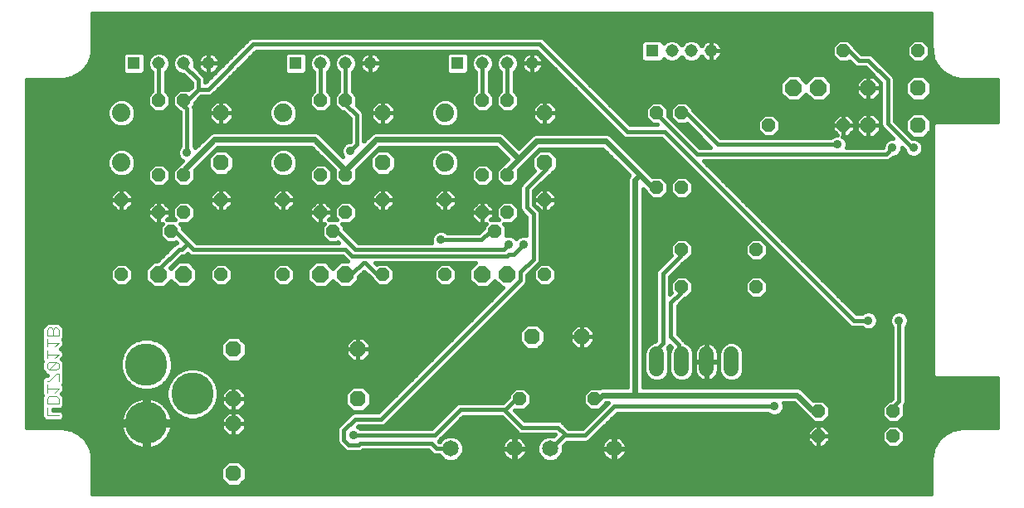
<source format=gbl>
G75*
%MOIN*%
%OFA0B0*%
%FSLAX25Y25*%
%IPPOS*%
%LPD*%
%AMOC8*
5,1,8,0,0,1.08239X$1,22.5*
%
%ADD10C,0.00400*%
%ADD11OC8,0.06300*%
%ADD12R,0.05150X0.05150*%
%ADD13C,0.05150*%
%ADD14C,0.07400*%
%ADD15C,0.17000*%
%ADD16C,0.06000*%
%ADD17OC8,0.05200*%
%ADD18C,0.06496*%
%ADD19OC8,0.06600*%
%ADD20C,0.01600*%
%ADD21C,0.03600*%
%ADD22C,0.02200*%
D10*
X0060444Y0067525D02*
X0060444Y0070594D01*
X0060444Y0072129D02*
X0060444Y0074431D01*
X0061211Y0075198D01*
X0064281Y0075198D01*
X0065048Y0074431D01*
X0065048Y0072129D01*
X0060444Y0072129D01*
X0060444Y0076733D02*
X0060444Y0079802D01*
X0060444Y0081336D02*
X0061211Y0081336D01*
X0064281Y0084406D01*
X0065048Y0084406D01*
X0065048Y0081336D01*
X0064281Y0085940D02*
X0061211Y0085940D01*
X0064281Y0089010D01*
X0061211Y0089010D01*
X0060444Y0088242D01*
X0060444Y0086708D01*
X0061211Y0085940D01*
X0064281Y0085940D02*
X0065048Y0086708D01*
X0065048Y0088242D01*
X0064281Y0089010D01*
X0063513Y0090544D02*
X0065048Y0092079D01*
X0060444Y0092079D01*
X0060444Y0090544D02*
X0060444Y0093614D01*
X0060444Y0095148D02*
X0060444Y0098218D01*
X0060444Y0099752D02*
X0060444Y0102054D01*
X0061211Y0102821D01*
X0061979Y0102821D01*
X0062746Y0102054D01*
X0062746Y0099752D01*
X0060444Y0099752D02*
X0065048Y0099752D01*
X0065048Y0102054D01*
X0064281Y0102821D01*
X0063513Y0102821D01*
X0062746Y0102054D01*
X0065048Y0096683D02*
X0060444Y0096683D01*
X0063513Y0095148D02*
X0065048Y0096683D01*
X0065048Y0078267D02*
X0060444Y0078267D01*
X0063513Y0076733D02*
X0065048Y0078267D01*
X0065048Y0067525D02*
X0060444Y0067525D01*
D11*
X0135244Y0064156D03*
X0135244Y0074156D03*
X0135244Y0094156D03*
X0185244Y0094156D03*
X0185244Y0074156D03*
X0135244Y0044156D03*
X0255244Y0099156D03*
X0275244Y0099156D03*
X0260244Y0169156D03*
X0260244Y0189156D03*
X0195244Y0189156D03*
X0195244Y0169156D03*
X0130244Y0169156D03*
X0130244Y0189156D03*
X0390244Y0184156D03*
X0410244Y0184156D03*
X0410244Y0199156D03*
X0390244Y0199156D03*
D12*
X0303433Y0214156D03*
X0225244Y0209156D03*
X0160244Y0209156D03*
X0095244Y0209156D03*
D13*
X0105244Y0209156D03*
X0115244Y0209156D03*
X0125244Y0209156D03*
X0170244Y0209156D03*
X0180244Y0209156D03*
X0190244Y0209156D03*
X0235244Y0209156D03*
X0245244Y0209156D03*
X0255244Y0209156D03*
X0311307Y0214156D03*
X0319181Y0214156D03*
X0327055Y0214156D03*
D14*
X0220244Y0189156D03*
X0220244Y0169156D03*
X0155244Y0169156D03*
X0155244Y0189156D03*
X0090244Y0189156D03*
X0090244Y0169156D03*
D15*
X0100244Y0088093D03*
X0118748Y0076282D03*
X0100244Y0064471D03*
D16*
X0305244Y0086156D02*
X0305244Y0092156D01*
X0315244Y0092156D02*
X0315244Y0086156D01*
X0325244Y0086156D02*
X0325244Y0092156D01*
X0335244Y0092156D02*
X0335244Y0086156D01*
D17*
X0370244Y0069156D03*
X0370244Y0059156D03*
X0400244Y0059156D03*
X0400244Y0069156D03*
X0345244Y0119156D03*
X0345244Y0134156D03*
X0315244Y0134156D03*
X0315244Y0119156D03*
X0260244Y0124156D03*
X0240244Y0141656D03*
X0235244Y0149156D03*
X0245244Y0149156D03*
X0260244Y0154156D03*
X0245244Y0164156D03*
X0235244Y0164156D03*
X0220244Y0154156D03*
X0195244Y0154156D03*
X0180244Y0149156D03*
X0175244Y0141656D03*
X0170244Y0149156D03*
X0155244Y0154156D03*
X0170244Y0164156D03*
X0180244Y0164156D03*
X0130244Y0154156D03*
X0115244Y0149156D03*
X0110244Y0141656D03*
X0105244Y0149156D03*
X0090244Y0154156D03*
X0105244Y0164156D03*
X0115244Y0164156D03*
X0115244Y0194156D03*
X0105244Y0194156D03*
X0170244Y0194156D03*
X0180244Y0194156D03*
X0235244Y0194156D03*
X0245244Y0194156D03*
X0305244Y0189156D03*
X0315244Y0189156D03*
X0350244Y0184156D03*
X0380244Y0184156D03*
X0380244Y0214156D03*
X0410244Y0214156D03*
X0315244Y0159156D03*
X0305244Y0159156D03*
X0220244Y0124156D03*
X0195244Y0124156D03*
X0155244Y0124156D03*
X0130244Y0124156D03*
X0090244Y0124156D03*
X0250244Y0074156D03*
X0280244Y0074156D03*
D18*
X0288039Y0054156D03*
X0262449Y0054156D03*
X0248039Y0054156D03*
X0222449Y0054156D03*
D19*
X0235244Y0124156D03*
X0245244Y0124156D03*
X0180244Y0124156D03*
X0170244Y0124156D03*
X0115244Y0124156D03*
X0105244Y0124156D03*
X0360244Y0199156D03*
X0370244Y0199156D03*
D20*
X0078603Y0049606D02*
X0078603Y0035956D01*
X0415586Y0035956D01*
X0415586Y0049606D01*
X0415564Y0049631D01*
X0415586Y0049933D01*
X0415586Y0050236D01*
X0415609Y0050259D01*
X0415689Y0051377D01*
X0415654Y0051431D01*
X0415712Y0051699D01*
X0415732Y0051973D01*
X0415781Y0052015D01*
X0416026Y0053142D01*
X0415999Y0053201D01*
X0416095Y0053458D01*
X0416153Y0053726D01*
X0416208Y0053761D01*
X0416611Y0054841D01*
X0416592Y0054903D01*
X0416724Y0055144D01*
X0416819Y0055401D01*
X0416879Y0055428D01*
X0417431Y0056439D01*
X0417422Y0056504D01*
X0417586Y0056723D01*
X0417717Y0056964D01*
X0417780Y0056982D01*
X0418471Y0057905D01*
X0418471Y0057970D01*
X0418665Y0058164D01*
X0418829Y0058383D01*
X0418893Y0058393D01*
X0419708Y0059208D01*
X0419718Y0059272D01*
X0419937Y0059437D01*
X0420131Y0059630D01*
X0420196Y0059630D01*
X0421119Y0060321D01*
X0421137Y0060384D01*
X0421378Y0060515D01*
X0421597Y0060679D01*
X0421662Y0060670D01*
X0422673Y0061222D01*
X0422700Y0061282D01*
X0422957Y0061377D01*
X0423198Y0061509D01*
X0423260Y0061490D01*
X0424340Y0061893D01*
X0424375Y0061948D01*
X0424643Y0062006D01*
X0424900Y0062102D01*
X0424959Y0062075D01*
X0426086Y0062320D01*
X0426128Y0062369D01*
X0426402Y0062389D01*
X0426670Y0062447D01*
X0426724Y0062412D01*
X0427842Y0062492D01*
X0427865Y0062515D01*
X0428168Y0062515D01*
X0428470Y0062537D01*
X0428495Y0062515D01*
X0442145Y0062515D01*
X0442145Y0082556D01*
X0417081Y0082556D01*
X0416144Y0083493D01*
X0416144Y0184819D01*
X0417081Y0185756D01*
X0418407Y0185756D01*
X0439581Y0185756D01*
X0442145Y0185756D01*
X0442145Y0202648D01*
X0428495Y0202648D01*
X0428470Y0202626D01*
X0428168Y0202648D01*
X0427865Y0202648D01*
X0427842Y0202671D01*
X0426724Y0202751D01*
X0426670Y0202716D01*
X0426402Y0202774D01*
X0426128Y0202793D01*
X0426086Y0202843D01*
X0424959Y0203088D01*
X0424900Y0203061D01*
X0424643Y0203156D01*
X0424375Y0203215D01*
X0424340Y0203269D01*
X0423260Y0203672D01*
X0423198Y0203654D01*
X0422957Y0203785D01*
X0422700Y0203881D01*
X0422673Y0203940D01*
X0421662Y0204493D01*
X0421597Y0204483D01*
X0421378Y0204648D01*
X0421137Y0204779D01*
X0421119Y0204842D01*
X0420196Y0205532D01*
X0420131Y0205532D01*
X0419937Y0205726D01*
X0419718Y0205890D01*
X0419708Y0205955D01*
X0418893Y0206770D01*
X0418829Y0206779D01*
X0418665Y0206999D01*
X0418471Y0207193D01*
X0418471Y0207258D01*
X0417780Y0208180D01*
X0417717Y0208199D01*
X0417586Y0208439D01*
X0417422Y0208659D01*
X0417431Y0208723D01*
X0416879Y0209735D01*
X0416819Y0209762D01*
X0416724Y0210019D01*
X0416592Y0210259D01*
X0416611Y0210322D01*
X0416208Y0211402D01*
X0416153Y0211437D01*
X0416095Y0211705D01*
X0415999Y0211962D01*
X0416026Y0212021D01*
X0415781Y0213147D01*
X0415732Y0213190D01*
X0415712Y0213464D01*
X0415654Y0213731D01*
X0415689Y0213786D01*
X0415609Y0214904D01*
X0415586Y0214927D01*
X0415586Y0215230D01*
X0415564Y0215532D01*
X0415586Y0215557D01*
X0415586Y0229156D01*
X0078603Y0229156D01*
X0078603Y0215557D01*
X0078625Y0215532D01*
X0078603Y0215230D01*
X0078603Y0214927D01*
X0078580Y0214904D01*
X0078500Y0213786D01*
X0078535Y0213731D01*
X0078477Y0213464D01*
X0078457Y0213190D01*
X0078408Y0213147D01*
X0078163Y0212021D01*
X0078190Y0211962D01*
X0078094Y0211705D01*
X0078036Y0211437D01*
X0077981Y0211402D01*
X0077578Y0210322D01*
X0077597Y0210259D01*
X0077465Y0210019D01*
X0077370Y0209762D01*
X0077310Y0209735D01*
X0076758Y0208723D01*
X0076767Y0208659D01*
X0076603Y0208439D01*
X0076472Y0208199D01*
X0076409Y0208180D01*
X0075718Y0207258D01*
X0075718Y0207193D01*
X0075524Y0206999D01*
X0075360Y0206779D01*
X0075296Y0206770D01*
X0074481Y0205955D01*
X0074471Y0205890D01*
X0074252Y0205726D01*
X0074058Y0205532D01*
X0073993Y0205532D01*
X0073070Y0204842D01*
X0073052Y0204779D01*
X0072811Y0204648D01*
X0072592Y0204483D01*
X0072527Y0204493D01*
X0071516Y0203940D01*
X0071489Y0203881D01*
X0071232Y0203785D01*
X0070991Y0203654D01*
X0070929Y0203672D01*
X0069849Y0203269D01*
X0069814Y0203215D01*
X0069546Y0203156D01*
X0069289Y0203061D01*
X0069230Y0203088D01*
X0068103Y0202843D01*
X0068061Y0202793D01*
X0067787Y0202774D01*
X0067519Y0202716D01*
X0067464Y0202751D01*
X0066347Y0202671D01*
X0066323Y0202648D01*
X0066021Y0202648D01*
X0065719Y0202626D01*
X0065694Y0202648D01*
X0052044Y0202648D01*
X0052044Y0062515D01*
X0065694Y0062515D01*
X0065719Y0062537D01*
X0066021Y0062515D01*
X0066323Y0062515D01*
X0066347Y0062492D01*
X0067464Y0062412D01*
X0067519Y0062447D01*
X0067787Y0062389D01*
X0068061Y0062369D01*
X0068103Y0062320D01*
X0069230Y0062075D01*
X0069289Y0062102D01*
X0069546Y0062006D01*
X0069814Y0061948D01*
X0069849Y0061893D01*
X0070929Y0061490D01*
X0070991Y0061509D01*
X0071232Y0061377D01*
X0071489Y0061282D01*
X0071516Y0061222D01*
X0072527Y0060670D01*
X0072592Y0060679D01*
X0072811Y0060515D01*
X0073052Y0060384D01*
X0073070Y0060321D01*
X0073993Y0059630D01*
X0074058Y0059630D01*
X0074252Y0059437D01*
X0074471Y0059272D01*
X0074481Y0059208D01*
X0075296Y0058393D01*
X0075360Y0058383D01*
X0075524Y0058164D01*
X0075718Y0057970D01*
X0075718Y0057905D01*
X0076409Y0056982D01*
X0076472Y0056964D01*
X0076603Y0056723D01*
X0076767Y0056504D01*
X0076758Y0056439D01*
X0077310Y0055428D01*
X0077370Y0055401D01*
X0077465Y0055144D01*
X0077597Y0054903D01*
X0077578Y0054841D01*
X0077981Y0053761D01*
X0078036Y0053726D01*
X0078094Y0053458D01*
X0078190Y0053201D01*
X0078163Y0053142D01*
X0078408Y0052015D01*
X0078457Y0051973D01*
X0078477Y0051699D01*
X0078535Y0051431D01*
X0078500Y0051377D01*
X0078580Y0050259D01*
X0078603Y0050236D01*
X0078603Y0049933D01*
X0078625Y0049631D01*
X0078603Y0049606D01*
X0078603Y0050141D02*
X0219042Y0050141D01*
X0219476Y0049707D02*
X0218000Y0051183D01*
X0217866Y0051506D01*
X0216087Y0051506D01*
X0215058Y0051932D01*
X0213534Y0053456D01*
X0187254Y0053456D01*
X0187030Y0053232D01*
X0186001Y0052806D01*
X0180987Y0052806D01*
X0179958Y0053232D01*
X0178008Y0055182D01*
X0177220Y0055970D01*
X0176794Y0056999D01*
X0176794Y0062013D01*
X0177220Y0063042D01*
X0181770Y0067592D01*
X0182558Y0068380D01*
X0183587Y0068806D01*
X0193384Y0068806D01*
X0243434Y0118856D01*
X0243049Y0118856D01*
X0240244Y0121661D01*
X0237439Y0118856D01*
X0233049Y0118856D01*
X0229944Y0121961D01*
X0229944Y0126351D01*
X0232449Y0128856D01*
X0192204Y0128856D01*
X0192821Y0128239D01*
X0193339Y0128756D01*
X0197149Y0128756D01*
X0199844Y0126062D01*
X0199844Y0122251D01*
X0197149Y0119556D01*
X0193339Y0119556D01*
X0190644Y0122251D01*
X0190644Y0122496D01*
X0187719Y0125421D01*
X0185544Y0123246D01*
X0185544Y0121961D01*
X0182439Y0118856D01*
X0178049Y0118856D01*
X0175244Y0121661D01*
X0172439Y0118856D01*
X0168049Y0118856D01*
X0164944Y0121961D01*
X0164944Y0126351D01*
X0168049Y0129456D01*
X0172439Y0129456D01*
X0175244Y0126651D01*
X0178049Y0129456D01*
X0181084Y0129456D01*
X0179084Y0131456D01*
X0118587Y0131456D01*
X0117558Y0131882D01*
X0116869Y0132571D01*
X0116180Y0131882D01*
X0115151Y0131456D01*
X0114454Y0131456D01*
X0109947Y0126949D01*
X0110244Y0126651D01*
X0113049Y0129456D01*
X0117439Y0129456D01*
X0120544Y0126351D01*
X0120544Y0121961D01*
X0117439Y0118856D01*
X0113049Y0118856D01*
X0110244Y0121661D01*
X0107439Y0118856D01*
X0103049Y0118856D01*
X0099944Y0121961D01*
X0099944Y0126351D01*
X0103049Y0129456D01*
X0104534Y0129456D01*
X0110920Y0135842D01*
X0111708Y0136630D01*
X0112488Y0136953D01*
X0112267Y0137174D01*
X0112149Y0137056D01*
X0108339Y0137056D01*
X0105644Y0139751D01*
X0105644Y0143562D01*
X0106839Y0144756D01*
X0105244Y0144756D01*
X0105244Y0149156D01*
X0105244Y0149156D01*
X0100844Y0149156D01*
X0100844Y0147334D01*
X0103422Y0144756D01*
X0105244Y0144756D01*
X0105244Y0149156D01*
X0105244Y0149156D01*
X0100844Y0149156D01*
X0100844Y0150979D01*
X0103422Y0153556D01*
X0105244Y0153556D01*
X0105244Y0149156D01*
X0105244Y0149156D01*
X0109644Y0149156D01*
X0109644Y0147334D01*
X0108567Y0146256D01*
X0111639Y0146256D01*
X0110644Y0147251D01*
X0110644Y0151062D01*
X0113339Y0153756D01*
X0117149Y0153756D01*
X0119844Y0151062D01*
X0119844Y0147251D01*
X0117149Y0144556D01*
X0113849Y0144556D01*
X0114844Y0143562D01*
X0114844Y0142516D01*
X0118455Y0138905D01*
X0118455Y0138905D01*
X0119243Y0138117D01*
X0119243Y0138117D01*
X0120304Y0137056D01*
X0177384Y0137056D01*
X0177267Y0137174D01*
X0177149Y0137056D01*
X0173339Y0137056D01*
X0170644Y0139751D01*
X0170644Y0143562D01*
X0171839Y0144756D01*
X0170244Y0144756D01*
X0170244Y0149156D01*
X0170244Y0149156D01*
X0165844Y0149156D01*
X0165844Y0147334D01*
X0168422Y0144756D01*
X0170244Y0144756D01*
X0170244Y0149156D01*
X0170244Y0149156D01*
X0165844Y0149156D01*
X0165844Y0150979D01*
X0168422Y0153556D01*
X0170244Y0153556D01*
X0170244Y0149156D01*
X0170244Y0149156D01*
X0174644Y0149156D01*
X0174644Y0147334D01*
X0173567Y0146256D01*
X0176639Y0146256D01*
X0175644Y0147251D01*
X0175644Y0151062D01*
X0178339Y0153756D01*
X0182149Y0153756D01*
X0184844Y0151062D01*
X0184844Y0147251D01*
X0182149Y0144556D01*
X0178849Y0144556D01*
X0179844Y0143562D01*
X0179844Y0142516D01*
X0185304Y0137056D01*
X0214937Y0137056D01*
X0214794Y0137400D01*
X0214794Y0138912D01*
X0215373Y0140309D01*
X0216442Y0141378D01*
X0217838Y0141956D01*
X0219350Y0141956D01*
X0220747Y0141378D01*
X0221168Y0140956D01*
X0233684Y0140956D01*
X0235644Y0142916D01*
X0235644Y0143562D01*
X0236839Y0144756D01*
X0235244Y0144756D01*
X0235244Y0149156D01*
X0235244Y0149156D01*
X0230844Y0149156D01*
X0230844Y0147334D01*
X0233422Y0144756D01*
X0235244Y0144756D01*
X0235244Y0149156D01*
X0235244Y0149156D01*
X0230844Y0149156D01*
X0230844Y0150979D01*
X0233422Y0153556D01*
X0235244Y0153556D01*
X0235244Y0149156D01*
X0235244Y0149156D01*
X0239644Y0149156D01*
X0239644Y0147334D01*
X0238567Y0146256D01*
X0241639Y0146256D01*
X0240644Y0147251D01*
X0240644Y0151062D01*
X0243339Y0153756D01*
X0247149Y0153756D01*
X0249844Y0151062D01*
X0249844Y0147251D01*
X0247149Y0144556D01*
X0243849Y0144556D01*
X0244844Y0143562D01*
X0244844Y0139884D01*
X0245138Y0140006D01*
X0246650Y0140006D01*
X0248047Y0139428D01*
X0248819Y0138655D01*
X0249592Y0139428D01*
X0250988Y0140006D01*
X0252500Y0140006D01*
X0252844Y0139864D01*
X0252844Y0147396D01*
X0251458Y0148782D01*
X0250670Y0149570D01*
X0250244Y0150599D01*
X0250244Y0159513D01*
X0250670Y0160542D01*
X0256123Y0165994D01*
X0255094Y0167023D01*
X0255094Y0171289D01*
X0258111Y0174306D01*
X0262377Y0174306D01*
X0265394Y0171289D01*
X0265394Y0167023D01*
X0262377Y0164006D01*
X0262054Y0164006D01*
X0255844Y0157796D01*
X0255844Y0152316D01*
X0258018Y0150142D01*
X0258444Y0149113D01*
X0258444Y0129799D01*
X0258018Y0128770D01*
X0257230Y0127982D01*
X0253244Y0123996D01*
X0253244Y0121349D01*
X0252818Y0120320D01*
X0252030Y0119532D01*
X0196130Y0063632D01*
X0195101Y0063206D01*
X0185304Y0063206D01*
X0185066Y0062968D01*
X0185647Y0062728D01*
X0186068Y0062306D01*
X0214834Y0062306D01*
X0224020Y0071492D01*
X0224808Y0072280D01*
X0225837Y0072706D01*
X0243434Y0072706D01*
X0245644Y0074916D01*
X0245644Y0076062D01*
X0248339Y0078756D01*
X0252149Y0078756D01*
X0254844Y0076062D01*
X0254844Y0072251D01*
X0252149Y0069556D01*
X0248339Y0069556D01*
X0248271Y0069624D01*
X0248229Y0069581D01*
X0252254Y0065556D01*
X0265951Y0065556D01*
X0266980Y0065130D01*
X0269580Y0062530D01*
X0269804Y0062306D01*
X0275284Y0062306D01*
X0285634Y0072656D01*
X0284878Y0072656D01*
X0284844Y0072622D01*
X0284844Y0072251D01*
X0282149Y0069556D01*
X0278339Y0069556D01*
X0275644Y0072251D01*
X0275644Y0076062D01*
X0278339Y0078756D01*
X0282149Y0078756D01*
X0282321Y0078584D01*
X0282977Y0078856D01*
X0293494Y0078856D01*
X0293494Y0162823D01*
X0293966Y0163962D01*
X0294160Y0164156D01*
X0283610Y0174706D01*
X0258228Y0174706D01*
X0252422Y0168900D01*
X0252422Y0168900D01*
X0251550Y0168028D01*
X0249714Y0166192D01*
X0249844Y0166062D01*
X0249844Y0162251D01*
X0247149Y0159556D01*
X0243339Y0159556D01*
X0240644Y0162251D01*
X0240644Y0166062D01*
X0243339Y0168756D01*
X0243510Y0168756D01*
X0245410Y0170656D01*
X0240710Y0175356D01*
X0193878Y0175356D01*
X0184714Y0166192D01*
X0184844Y0166062D01*
X0184844Y0162251D01*
X0182149Y0159556D01*
X0178339Y0159556D01*
X0175644Y0162251D01*
X0175644Y0166062D01*
X0175774Y0166192D01*
X0166610Y0175356D01*
X0128878Y0175356D01*
X0119714Y0166192D01*
X0119844Y0166062D01*
X0119844Y0162251D01*
X0117149Y0159556D01*
X0113339Y0159556D01*
X0110644Y0162251D01*
X0110644Y0166062D01*
X0113339Y0168756D01*
X0113510Y0168756D01*
X0114672Y0169918D01*
X0114392Y0170035D01*
X0113323Y0171104D01*
X0112744Y0172500D01*
X0112744Y0174012D01*
X0113323Y0175409D01*
X0113744Y0175830D01*
X0113744Y0189556D01*
X0113339Y0189556D01*
X0110644Y0192251D01*
X0110644Y0196062D01*
X0113339Y0198756D01*
X0117149Y0198756D01*
X0117217Y0198689D01*
X0118294Y0199766D01*
X0118294Y0201346D01*
X0115059Y0204581D01*
X0114334Y0204581D01*
X0112653Y0205278D01*
X0111366Y0206565D01*
X0110669Y0208246D01*
X0110669Y0210066D01*
X0111366Y0211748D01*
X0112653Y0213034D01*
X0114334Y0213731D01*
X0116154Y0213731D01*
X0117836Y0213034D01*
X0119122Y0211748D01*
X0119819Y0210066D01*
X0119819Y0208246D01*
X0119671Y0207889D01*
X0123468Y0204092D01*
X0123894Y0203063D01*
X0123894Y0201466D01*
X0141608Y0219180D01*
X0142637Y0219606D01*
X0258801Y0219606D01*
X0259830Y0219180D01*
X0260618Y0218392D01*
X0294504Y0184506D01*
X0305434Y0184506D01*
X0305384Y0184556D01*
X0303339Y0184556D01*
X0300644Y0187251D01*
X0300644Y0191062D01*
X0303339Y0193756D01*
X0307149Y0193756D01*
X0309844Y0191062D01*
X0309844Y0188016D01*
X0322454Y0175406D01*
X0326884Y0175406D01*
X0317442Y0184849D01*
X0317149Y0184556D01*
X0313339Y0184556D01*
X0310644Y0187251D01*
X0310644Y0191062D01*
X0313339Y0193756D01*
X0317149Y0193756D01*
X0319844Y0191062D01*
X0319844Y0190366D01*
X0330904Y0179306D01*
X0375270Y0179306D01*
X0375692Y0179728D01*
X0377088Y0180306D01*
X0377872Y0180306D01*
X0375844Y0182334D01*
X0375844Y0184156D01*
X0380244Y0184156D01*
X0380244Y0184156D01*
X0380244Y0179756D01*
X0379928Y0179756D01*
X0379997Y0179728D01*
X0381066Y0178659D01*
X0381644Y0177262D01*
X0381644Y0175750D01*
X0381502Y0175406D01*
X0396144Y0175406D01*
X0396144Y0175962D01*
X0396723Y0177359D01*
X0397792Y0178428D01*
X0399188Y0179006D01*
X0399984Y0179006D01*
X0396408Y0182582D01*
X0395620Y0183370D01*
X0395194Y0184399D01*
X0395194Y0201346D01*
X0389034Y0207506D01*
X0385737Y0207506D01*
X0384708Y0207932D01*
X0382617Y0210024D01*
X0382149Y0209556D01*
X0378339Y0209556D01*
X0375644Y0212251D01*
X0375644Y0216062D01*
X0378339Y0218756D01*
X0382149Y0218756D01*
X0384844Y0216062D01*
X0384844Y0215716D01*
X0387454Y0213106D01*
X0390751Y0213106D01*
X0391780Y0212680D01*
X0392568Y0211892D01*
X0400368Y0204092D01*
X0400794Y0203063D01*
X0400794Y0186116D01*
X0407904Y0179006D01*
X0409150Y0179006D01*
X0410547Y0178428D01*
X0411616Y0177359D01*
X0412194Y0175962D01*
X0412194Y0174450D01*
X0411616Y0173054D01*
X0410547Y0171985D01*
X0409150Y0171406D01*
X0407638Y0171406D01*
X0406242Y0171985D01*
X0405173Y0173054D01*
X0404632Y0174358D01*
X0403744Y0175246D01*
X0403744Y0174450D01*
X0403166Y0173054D01*
X0402097Y0171985D01*
X0400700Y0171406D01*
X0400104Y0171406D01*
X0399718Y0171020D01*
X0398930Y0170232D01*
X0397901Y0169806D01*
X0324154Y0169806D01*
X0385504Y0108456D01*
X0387620Y0108456D01*
X0388042Y0108878D01*
X0389438Y0109456D01*
X0390950Y0109456D01*
X0392347Y0108878D01*
X0393416Y0107809D01*
X0393994Y0106412D01*
X0393994Y0104900D01*
X0393416Y0103504D01*
X0392347Y0102435D01*
X0390950Y0101856D01*
X0389438Y0101856D01*
X0388042Y0102435D01*
X0387620Y0102856D01*
X0383787Y0102856D01*
X0382758Y0103282D01*
X0307134Y0178906D01*
X0292787Y0178906D01*
X0291758Y0179332D01*
X0257084Y0214006D01*
X0144354Y0214006D01*
X0127368Y0197020D01*
X0126580Y0196232D01*
X0125551Y0195806D01*
X0122254Y0195806D01*
X0119844Y0193396D01*
X0119844Y0192251D01*
X0119231Y0191637D01*
X0119344Y0191363D01*
X0119344Y0175830D01*
X0119766Y0175409D01*
X0119882Y0175128D01*
X0124966Y0180212D01*
X0125838Y0181084D01*
X0126977Y0181556D01*
X0168511Y0181556D01*
X0169650Y0181084D01*
X0178967Y0171767D01*
X0178394Y0173150D01*
X0178394Y0174662D01*
X0178973Y0176059D01*
X0180042Y0177128D01*
X0181438Y0177706D01*
X0181994Y0177706D01*
X0181994Y0187046D01*
X0179484Y0189556D01*
X0178339Y0189556D01*
X0175644Y0192251D01*
X0175644Y0196062D01*
X0177444Y0197862D01*
X0177444Y0205486D01*
X0176366Y0206565D01*
X0175669Y0208246D01*
X0175669Y0210066D01*
X0176366Y0211748D01*
X0177653Y0213034D01*
X0179334Y0213731D01*
X0181154Y0213731D01*
X0182836Y0213034D01*
X0184122Y0211748D01*
X0184819Y0210066D01*
X0184819Y0208246D01*
X0184122Y0206565D01*
X0183044Y0205486D01*
X0183044Y0197862D01*
X0184844Y0196062D01*
X0184844Y0192251D01*
X0184777Y0192183D01*
X0186380Y0190580D01*
X0187168Y0189792D01*
X0187594Y0188763D01*
X0187594Y0177840D01*
X0189966Y0180212D01*
X0190838Y0181084D01*
X0191977Y0181556D01*
X0242611Y0181556D01*
X0243750Y0181084D01*
X0249794Y0175040D01*
X0254316Y0179562D01*
X0255188Y0180434D01*
X0256327Y0180906D01*
X0285511Y0180906D01*
X0286650Y0180434D01*
X0301172Y0165912D01*
X0303333Y0163751D01*
X0303339Y0163756D01*
X0307149Y0163756D01*
X0309844Y0161062D01*
X0309844Y0157251D01*
X0307149Y0154556D01*
X0303339Y0154556D01*
X0300644Y0157251D01*
X0300644Y0157672D01*
X0300466Y0157850D01*
X0299694Y0158622D01*
X0299694Y0078856D01*
X0362211Y0078856D01*
X0363350Y0078384D01*
X0364222Y0077512D01*
X0368158Y0073576D01*
X0368339Y0073756D01*
X0372149Y0073756D01*
X0374844Y0071062D01*
X0374844Y0067251D01*
X0372149Y0064556D01*
X0368339Y0064556D01*
X0365644Y0067251D01*
X0365644Y0067322D01*
X0360310Y0072656D01*
X0356007Y0072656D01*
X0356294Y0071962D01*
X0356294Y0070450D01*
X0355716Y0069054D01*
X0354647Y0067985D01*
X0353250Y0067406D01*
X0351738Y0067406D01*
X0350342Y0067985D01*
X0349920Y0068406D01*
X0289304Y0068406D01*
X0278818Y0057920D01*
X0278030Y0057132D01*
X0277001Y0056706D01*
X0269154Y0056706D01*
X0267682Y0055235D01*
X0267697Y0055200D01*
X0267697Y0053112D01*
X0266898Y0051183D01*
X0265422Y0049707D01*
X0263493Y0048908D01*
X0261405Y0048908D01*
X0259476Y0049707D01*
X0258000Y0051183D01*
X0257201Y0053112D01*
X0257201Y0055200D01*
X0258000Y0057129D01*
X0259476Y0058605D01*
X0261405Y0059404D01*
X0263493Y0059404D01*
X0263804Y0059275D01*
X0264359Y0059831D01*
X0264234Y0059956D01*
X0250537Y0059956D01*
X0249508Y0060382D01*
X0248720Y0061170D01*
X0243008Y0066882D01*
X0242784Y0067106D01*
X0227554Y0067106D01*
X0217679Y0057231D01*
X0217804Y0057106D01*
X0217990Y0057106D01*
X0218000Y0057129D01*
X0219476Y0058605D01*
X0221405Y0059404D01*
X0223493Y0059404D01*
X0225422Y0058605D01*
X0226898Y0057129D01*
X0227697Y0055200D01*
X0227697Y0053112D01*
X0226898Y0051183D01*
X0225422Y0049707D01*
X0223493Y0048908D01*
X0221405Y0048908D01*
X0219476Y0049707D01*
X0215523Y0051740D02*
X0078474Y0051740D01*
X0078139Y0053338D02*
X0179852Y0053338D01*
X0178254Y0054937D02*
X0104182Y0054937D01*
X0104192Y0054940D02*
X0105234Y0055442D01*
X0106214Y0056058D01*
X0107118Y0056779D01*
X0107936Y0057597D01*
X0108658Y0058501D01*
X0109273Y0059481D01*
X0109775Y0060523D01*
X0110157Y0061615D01*
X0110415Y0062743D01*
X0110519Y0063671D01*
X0101044Y0063671D01*
X0101044Y0054196D01*
X0101972Y0054301D01*
X0103100Y0054558D01*
X0104192Y0054940D01*
X0106813Y0056535D02*
X0176986Y0056535D01*
X0176794Y0058134D02*
X0108364Y0058134D01*
X0109394Y0059732D02*
X0132668Y0059732D01*
X0133194Y0059206D02*
X0130294Y0062106D01*
X0130294Y0064156D01*
X0135244Y0064156D01*
X0135244Y0064156D01*
X0135244Y0059206D01*
X0133194Y0059206D01*
X0135244Y0059206D02*
X0137294Y0059206D01*
X0140194Y0062106D01*
X0140194Y0064156D01*
X0135244Y0064156D01*
X0135244Y0064156D01*
X0135244Y0059206D01*
X0135244Y0059732D02*
X0135244Y0059732D01*
X0135244Y0061331D02*
X0135244Y0061331D01*
X0135244Y0062929D02*
X0135244Y0062929D01*
X0135244Y0064156D02*
X0135244Y0064156D01*
X0130294Y0064156D01*
X0130294Y0066207D01*
X0133194Y0069106D01*
X0135244Y0069106D01*
X0135244Y0064156D01*
X0135244Y0064156D01*
X0140194Y0064156D01*
X0140194Y0066207D01*
X0137294Y0069106D01*
X0135244Y0069106D01*
X0135244Y0064156D01*
X0135244Y0064528D02*
X0135244Y0064528D01*
X0135244Y0066126D02*
X0135244Y0066126D01*
X0135244Y0067725D02*
X0135244Y0067725D01*
X0135244Y0069206D02*
X0137294Y0069206D01*
X0140194Y0072106D01*
X0140194Y0074156D01*
X0135244Y0074156D01*
X0135244Y0074156D01*
X0135244Y0069206D01*
X0133194Y0069206D01*
X0130294Y0072106D01*
X0130294Y0074156D01*
X0135244Y0074156D01*
X0135244Y0074156D01*
X0135244Y0069206D01*
X0135244Y0069323D02*
X0135244Y0069323D01*
X0135244Y0070922D02*
X0135244Y0070922D01*
X0135244Y0072520D02*
X0135244Y0072520D01*
X0135244Y0074119D02*
X0135244Y0074119D01*
X0135244Y0074156D02*
X0135244Y0074156D01*
X0130294Y0074156D01*
X0130294Y0076207D01*
X0133194Y0079106D01*
X0135244Y0079106D01*
X0135244Y0074156D01*
X0135244Y0074156D01*
X0140194Y0074156D01*
X0140194Y0076207D01*
X0137294Y0079106D01*
X0135244Y0079106D01*
X0135244Y0074156D01*
X0135244Y0075717D02*
X0135244Y0075717D01*
X0135244Y0077316D02*
X0135244Y0077316D01*
X0135244Y0078914D02*
X0135244Y0078914D01*
X0133002Y0078914D02*
X0128913Y0078914D01*
X0129248Y0077664D02*
X0128532Y0080335D01*
X0127150Y0082729D01*
X0125195Y0084684D01*
X0122801Y0086067D01*
X0120130Y0086782D01*
X0117366Y0086782D01*
X0114695Y0086067D01*
X0112301Y0084684D01*
X0110346Y0082729D01*
X0108964Y0080335D01*
X0108248Y0077664D01*
X0108248Y0074900D01*
X0108964Y0072229D01*
X0110346Y0069835D01*
X0112301Y0067880D01*
X0114695Y0066498D01*
X0117366Y0065782D01*
X0120130Y0065782D01*
X0122801Y0066498D01*
X0125195Y0067880D01*
X0127150Y0069835D01*
X0128532Y0072229D01*
X0129248Y0074900D01*
X0129248Y0077664D01*
X0129248Y0077316D02*
X0131404Y0077316D01*
X0130294Y0075717D02*
X0129248Y0075717D01*
X0129039Y0074119D02*
X0130294Y0074119D01*
X0130294Y0072520D02*
X0128610Y0072520D01*
X0127778Y0070922D02*
X0131478Y0070922D01*
X0133076Y0069323D02*
X0126639Y0069323D01*
X0124926Y0067725D02*
X0131812Y0067725D01*
X0130294Y0066126D02*
X0121415Y0066126D01*
X0116081Y0066126D02*
X0110423Y0066126D01*
X0110415Y0066199D02*
X0110157Y0067327D01*
X0109775Y0068419D01*
X0109273Y0069461D01*
X0108658Y0070441D01*
X0107936Y0071345D01*
X0107118Y0072163D01*
X0106214Y0072885D01*
X0105234Y0073500D01*
X0104192Y0074002D01*
X0103100Y0074384D01*
X0101972Y0074642D01*
X0101044Y0074746D01*
X0101044Y0065271D01*
X0110519Y0065271D01*
X0110415Y0066199D01*
X0110018Y0067725D02*
X0112570Y0067725D01*
X0110858Y0069323D02*
X0109339Y0069323D01*
X0109718Y0070922D02*
X0108274Y0070922D01*
X0108886Y0072520D02*
X0106670Y0072520D01*
X0108457Y0074119D02*
X0103858Y0074119D01*
X0101044Y0074119D02*
X0099444Y0074119D01*
X0099444Y0074746D02*
X0098516Y0074642D01*
X0097388Y0074384D01*
X0096296Y0074002D01*
X0095254Y0073500D01*
X0094274Y0072885D01*
X0093370Y0072163D01*
X0092552Y0071345D01*
X0091831Y0070441D01*
X0091215Y0069461D01*
X0090713Y0068419D01*
X0090331Y0067327D01*
X0090074Y0066199D01*
X0089969Y0065271D01*
X0099444Y0065271D01*
X0099444Y0063671D01*
X0101044Y0063671D01*
X0101044Y0065271D01*
X0099444Y0065271D01*
X0099444Y0074746D01*
X0099444Y0072520D02*
X0101044Y0072520D01*
X0101044Y0070922D02*
X0099444Y0070922D01*
X0099444Y0069323D02*
X0101044Y0069323D01*
X0101044Y0067725D02*
X0099444Y0067725D01*
X0099444Y0066126D02*
X0101044Y0066126D01*
X0101044Y0064528D02*
X0130294Y0064528D01*
X0130294Y0062929D02*
X0110436Y0062929D01*
X0110058Y0061331D02*
X0131069Y0061331D01*
X0137821Y0059732D02*
X0176794Y0059732D01*
X0176794Y0061331D02*
X0139419Y0061331D01*
X0140194Y0062929D02*
X0177174Y0062929D01*
X0178706Y0064528D02*
X0140194Y0064528D01*
X0140194Y0066126D02*
X0180305Y0066126D01*
X0181903Y0067725D02*
X0138676Y0067725D01*
X0137412Y0069323D02*
X0182794Y0069323D01*
X0183111Y0069006D02*
X0187377Y0069006D01*
X0190394Y0072023D01*
X0190394Y0076289D01*
X0187377Y0079306D01*
X0183111Y0079306D01*
X0180094Y0076289D01*
X0180094Y0072023D01*
X0183111Y0069006D01*
X0181195Y0070922D02*
X0139010Y0070922D01*
X0140194Y0072520D02*
X0180094Y0072520D01*
X0180094Y0074119D02*
X0140194Y0074119D01*
X0140194Y0075717D02*
X0180094Y0075717D01*
X0181121Y0077316D02*
X0139085Y0077316D01*
X0137486Y0078914D02*
X0182719Y0078914D01*
X0187769Y0078914D02*
X0203493Y0078914D01*
X0201894Y0077316D02*
X0189367Y0077316D01*
X0190394Y0075717D02*
X0200296Y0075717D01*
X0198697Y0074119D02*
X0190394Y0074119D01*
X0190394Y0072520D02*
X0197099Y0072520D01*
X0195500Y0070922D02*
X0189293Y0070922D01*
X0187695Y0069323D02*
X0193902Y0069323D01*
X0194544Y0066006D02*
X0250444Y0121906D01*
X0250444Y0125156D01*
X0255644Y0130356D01*
X0255644Y0148556D01*
X0253044Y0151156D01*
X0253044Y0158956D01*
X0260844Y0166756D01*
X0260844Y0168706D01*
X0260244Y0169156D01*
X0263605Y0165234D02*
X0293082Y0165234D01*
X0293831Y0163636D02*
X0261683Y0163636D01*
X0260085Y0162037D02*
X0293494Y0162037D01*
X0293494Y0160439D02*
X0258486Y0160439D01*
X0258422Y0158556D02*
X0255844Y0155979D01*
X0255844Y0154156D01*
X0255844Y0152334D01*
X0258422Y0149756D01*
X0260244Y0149756D01*
X0260244Y0154156D01*
X0260244Y0154156D01*
X0255844Y0154156D01*
X0260244Y0154156D01*
X0260244Y0154156D01*
X0260244Y0149756D01*
X0262067Y0149756D01*
X0264644Y0152334D01*
X0264644Y0154156D01*
X0260244Y0154156D01*
X0260244Y0154156D01*
X0260244Y0158556D01*
X0258422Y0158556D01*
X0256888Y0158840D02*
X0293494Y0158840D01*
X0293494Y0157242D02*
X0263381Y0157242D01*
X0264644Y0155979D02*
X0262067Y0158556D01*
X0260244Y0158556D01*
X0260244Y0154156D01*
X0260244Y0154156D01*
X0264644Y0154156D01*
X0264644Y0155979D01*
X0264644Y0155643D02*
X0293494Y0155643D01*
X0293494Y0154045D02*
X0264644Y0154045D01*
X0264644Y0152446D02*
X0293494Y0152446D01*
X0293494Y0150847D02*
X0263158Y0150847D01*
X0260244Y0150847D02*
X0260244Y0150847D01*
X0260244Y0152446D02*
X0260244Y0152446D01*
X0260244Y0154045D02*
X0260244Y0154045D01*
X0260244Y0155643D02*
X0260244Y0155643D01*
X0260244Y0157242D02*
X0260244Y0157242D01*
X0257107Y0157242D02*
X0255844Y0157242D01*
X0255844Y0155643D02*
X0255844Y0155643D01*
X0255844Y0154045D02*
X0255844Y0154045D01*
X0255844Y0152446D02*
X0255844Y0152446D01*
X0257313Y0150847D02*
X0257330Y0150847D01*
X0258388Y0149249D02*
X0293494Y0149249D01*
X0293494Y0147650D02*
X0258444Y0147650D01*
X0258444Y0146052D02*
X0293494Y0146052D01*
X0293494Y0144453D02*
X0258444Y0144453D01*
X0258444Y0142855D02*
X0293494Y0142855D01*
X0293494Y0141256D02*
X0258444Y0141256D01*
X0258444Y0139658D02*
X0293494Y0139658D01*
X0293494Y0138059D02*
X0258444Y0138059D01*
X0258444Y0136461D02*
X0293494Y0136461D01*
X0293494Y0134862D02*
X0258444Y0134862D01*
X0258444Y0133264D02*
X0293494Y0133264D01*
X0293494Y0131665D02*
X0258444Y0131665D01*
X0258444Y0130067D02*
X0293494Y0130067D01*
X0293494Y0128468D02*
X0262437Y0128468D01*
X0262149Y0128756D02*
X0258339Y0128756D01*
X0255644Y0126062D01*
X0255644Y0122251D01*
X0258339Y0119556D01*
X0262149Y0119556D01*
X0264844Y0122251D01*
X0264844Y0126062D01*
X0262149Y0128756D01*
X0264036Y0126870D02*
X0293494Y0126870D01*
X0293494Y0125271D02*
X0264844Y0125271D01*
X0264844Y0123673D02*
X0293494Y0123673D01*
X0293494Y0122074D02*
X0264668Y0122074D01*
X0263069Y0120476D02*
X0293494Y0120476D01*
X0293494Y0118877D02*
X0251375Y0118877D01*
X0252882Y0120476D02*
X0257419Y0120476D01*
X0255821Y0122074D02*
X0253244Y0122074D01*
X0253244Y0123673D02*
X0255644Y0123673D01*
X0255644Y0125271D02*
X0254519Y0125271D01*
X0256118Y0126870D02*
X0256452Y0126870D01*
X0257716Y0128468D02*
X0258051Y0128468D01*
X0251744Y0136206D02*
X0247844Y0132306D01*
X0245894Y0132306D01*
X0245244Y0131656D01*
X0182844Y0131656D01*
X0180244Y0134256D01*
X0119144Y0134256D01*
X0116869Y0136531D01*
X0114594Y0134256D01*
X0113294Y0134256D01*
X0105494Y0126456D01*
X0105494Y0124506D01*
X0105244Y0124156D01*
X0099944Y0123673D02*
X0094844Y0123673D01*
X0094844Y0122251D02*
X0092149Y0119556D01*
X0088339Y0119556D01*
X0085644Y0122251D01*
X0085644Y0126062D01*
X0088339Y0128756D01*
X0092149Y0128756D01*
X0094844Y0126062D01*
X0094844Y0122251D01*
X0094668Y0122074D02*
X0099944Y0122074D01*
X0101429Y0120476D02*
X0093069Y0120476D01*
X0087419Y0120476D02*
X0052044Y0120476D01*
X0052044Y0122074D02*
X0085821Y0122074D01*
X0085644Y0123673D02*
X0052044Y0123673D01*
X0052044Y0125271D02*
X0085644Y0125271D01*
X0086452Y0126870D02*
X0052044Y0126870D01*
X0052044Y0128468D02*
X0088051Y0128468D01*
X0092437Y0128468D02*
X0102061Y0128468D01*
X0100462Y0126870D02*
X0094036Y0126870D01*
X0094844Y0125271D02*
X0099944Y0125271D01*
X0105145Y0130067D02*
X0052044Y0130067D01*
X0052044Y0131665D02*
X0106743Y0131665D01*
X0108342Y0133264D02*
X0052044Y0133264D01*
X0052044Y0134862D02*
X0109941Y0134862D01*
X0111539Y0136461D02*
X0052044Y0136461D01*
X0052044Y0138059D02*
X0107335Y0138059D01*
X0105737Y0139658D02*
X0052044Y0139658D01*
X0052044Y0141256D02*
X0105644Y0141256D01*
X0105644Y0142855D02*
X0052044Y0142855D01*
X0052044Y0144453D02*
X0106536Y0144453D01*
X0105244Y0146052D02*
X0105244Y0146052D01*
X0105244Y0147650D02*
X0105244Y0147650D01*
X0105244Y0149156D02*
X0109644Y0149156D01*
X0109644Y0150979D01*
X0107067Y0153556D01*
X0105244Y0153556D01*
X0105244Y0149156D01*
X0105244Y0149156D01*
X0105244Y0149249D02*
X0105244Y0149249D01*
X0105244Y0150847D02*
X0105244Y0150847D01*
X0105244Y0152446D02*
X0105244Y0152446D01*
X0102311Y0152446D02*
X0094644Y0152446D01*
X0094644Y0152334D02*
X0094644Y0154156D01*
X0090244Y0154156D01*
X0090244Y0154156D01*
X0090244Y0149756D01*
X0088422Y0149756D01*
X0085844Y0152334D01*
X0085844Y0154156D01*
X0090244Y0154156D01*
X0090244Y0154156D01*
X0090244Y0149756D01*
X0092067Y0149756D01*
X0094644Y0152334D01*
X0094644Y0154045D02*
X0125844Y0154045D01*
X0125844Y0154156D02*
X0125844Y0152334D01*
X0128422Y0149756D01*
X0130244Y0149756D01*
X0130244Y0154156D01*
X0130244Y0154156D01*
X0125844Y0154156D01*
X0130244Y0154156D01*
X0130244Y0154156D01*
X0130244Y0149756D01*
X0132067Y0149756D01*
X0134644Y0152334D01*
X0134644Y0154156D01*
X0130244Y0154156D01*
X0130244Y0154156D01*
X0130244Y0158556D01*
X0128422Y0158556D01*
X0125844Y0155979D01*
X0125844Y0154156D01*
X0125844Y0155643D02*
X0094644Y0155643D01*
X0094644Y0155979D02*
X0092067Y0158556D01*
X0090244Y0158556D01*
X0088422Y0158556D01*
X0085844Y0155979D01*
X0085844Y0154156D01*
X0090244Y0154156D01*
X0090244Y0154156D01*
X0090244Y0158556D01*
X0090244Y0154156D01*
X0090244Y0154156D01*
X0094644Y0154156D01*
X0094644Y0155979D01*
X0093381Y0157242D02*
X0127107Y0157242D01*
X0130244Y0157242D02*
X0130244Y0157242D01*
X0130244Y0158556D02*
X0130244Y0154156D01*
X0130244Y0154156D01*
X0134644Y0154156D01*
X0134644Y0155979D01*
X0132067Y0158556D01*
X0130244Y0158556D01*
X0130244Y0155643D02*
X0130244Y0155643D01*
X0130244Y0154045D02*
X0130244Y0154045D01*
X0130244Y0152446D02*
X0130244Y0152446D01*
X0130244Y0150847D02*
X0130244Y0150847D01*
X0127330Y0150847D02*
X0119844Y0150847D01*
X0119844Y0149249D02*
X0165844Y0149249D01*
X0165844Y0150847D02*
X0158158Y0150847D01*
X0157067Y0149756D02*
X0159644Y0152334D01*
X0159644Y0154156D01*
X0155244Y0154156D01*
X0155244Y0154156D01*
X0155244Y0149756D01*
X0153422Y0149756D01*
X0150844Y0152334D01*
X0150844Y0154156D01*
X0155244Y0154156D01*
X0155244Y0154156D01*
X0155244Y0149756D01*
X0157067Y0149756D01*
X0155244Y0150847D02*
X0155244Y0150847D01*
X0155244Y0152446D02*
X0155244Y0152446D01*
X0155244Y0154045D02*
X0155244Y0154045D01*
X0155244Y0154156D02*
X0155244Y0154156D01*
X0150844Y0154156D01*
X0150844Y0155979D01*
X0153422Y0158556D01*
X0155244Y0158556D01*
X0155244Y0154156D01*
X0155244Y0154156D01*
X0159644Y0154156D01*
X0159644Y0155979D01*
X0157067Y0158556D01*
X0155244Y0158556D01*
X0155244Y0154156D01*
X0155244Y0155643D02*
X0155244Y0155643D01*
X0155244Y0157242D02*
X0155244Y0157242D01*
X0152107Y0157242D02*
X0133381Y0157242D01*
X0134644Y0155643D02*
X0150844Y0155643D01*
X0150844Y0154045D02*
X0134644Y0154045D01*
X0134644Y0152446D02*
X0150844Y0152446D01*
X0152330Y0150847D02*
X0133158Y0150847D01*
X0125844Y0152446D02*
X0118460Y0152446D01*
X0119844Y0147650D02*
X0165844Y0147650D01*
X0167126Y0146052D02*
X0118645Y0146052D01*
X0113952Y0144453D02*
X0171536Y0144453D01*
X0170644Y0142855D02*
X0114844Y0142855D01*
X0116104Y0141256D02*
X0170644Y0141256D01*
X0170737Y0139658D02*
X0117702Y0139658D01*
X0119301Y0138059D02*
X0172335Y0138059D01*
X0175244Y0141656D02*
X0175694Y0141406D01*
X0176994Y0141406D01*
X0184144Y0134256D01*
X0243944Y0134256D01*
X0245894Y0136206D01*
X0247491Y0139658D02*
X0250148Y0139658D01*
X0252844Y0141256D02*
X0244844Y0141256D01*
X0244844Y0142855D02*
X0252844Y0142855D01*
X0252844Y0144453D02*
X0243952Y0144453D01*
X0240644Y0147650D02*
X0239644Y0147650D01*
X0239644Y0149156D02*
X0239644Y0150979D01*
X0237067Y0153556D01*
X0235244Y0153556D01*
X0235244Y0149156D01*
X0235244Y0149156D01*
X0239644Y0149156D01*
X0239644Y0149249D02*
X0240644Y0149249D01*
X0240644Y0150847D02*
X0239644Y0150847D01*
X0238177Y0152446D02*
X0242029Y0152446D01*
X0248460Y0152446D02*
X0250244Y0152446D01*
X0250244Y0154045D02*
X0224644Y0154045D01*
X0224644Y0154156D02*
X0220244Y0154156D01*
X0220244Y0154156D01*
X0220244Y0149756D01*
X0218422Y0149756D01*
X0215844Y0152334D01*
X0215844Y0154156D01*
X0220244Y0154156D01*
X0220244Y0154156D01*
X0220244Y0149756D01*
X0222067Y0149756D01*
X0224644Y0152334D01*
X0224644Y0154156D01*
X0224644Y0155979D01*
X0222067Y0158556D01*
X0220244Y0158556D01*
X0218422Y0158556D01*
X0215844Y0155979D01*
X0215844Y0154156D01*
X0220244Y0154156D01*
X0220244Y0154156D01*
X0220244Y0158556D01*
X0220244Y0154156D01*
X0220244Y0154156D01*
X0224644Y0154156D01*
X0224644Y0155643D02*
X0250244Y0155643D01*
X0250244Y0157242D02*
X0223381Y0157242D01*
X0220244Y0157242D02*
X0220244Y0157242D01*
X0220244Y0155643D02*
X0220244Y0155643D01*
X0220244Y0154045D02*
X0220244Y0154045D01*
X0220244Y0152446D02*
X0220244Y0152446D01*
X0220244Y0150847D02*
X0220244Y0150847D01*
X0217330Y0150847D02*
X0198158Y0150847D01*
X0197067Y0149756D02*
X0199644Y0152334D01*
X0199644Y0154156D01*
X0195244Y0154156D01*
X0195244Y0154156D01*
X0195244Y0149756D01*
X0193422Y0149756D01*
X0190844Y0152334D01*
X0190844Y0154156D01*
X0195244Y0154156D01*
X0195244Y0154156D01*
X0195244Y0149756D01*
X0197067Y0149756D01*
X0195244Y0150847D02*
X0195244Y0150847D01*
X0195244Y0152446D02*
X0195244Y0152446D01*
X0195244Y0154045D02*
X0195244Y0154045D01*
X0195244Y0154156D02*
X0195244Y0154156D01*
X0190844Y0154156D01*
X0190844Y0155979D01*
X0193422Y0158556D01*
X0195244Y0158556D01*
X0195244Y0154156D01*
X0195244Y0154156D01*
X0199644Y0154156D01*
X0199644Y0155979D01*
X0197067Y0158556D01*
X0195244Y0158556D01*
X0195244Y0154156D01*
X0195244Y0155643D02*
X0195244Y0155643D01*
X0195244Y0157242D02*
X0195244Y0157242D01*
X0192107Y0157242D02*
X0158381Y0157242D01*
X0159644Y0155643D02*
X0190844Y0155643D01*
X0190844Y0154045D02*
X0159644Y0154045D01*
X0159644Y0152446D02*
X0167311Y0152446D01*
X0170244Y0152446D02*
X0170244Y0152446D01*
X0170244Y0153556D02*
X0170244Y0149156D01*
X0170244Y0149156D01*
X0174644Y0149156D01*
X0174644Y0150979D01*
X0172067Y0153556D01*
X0170244Y0153556D01*
X0170244Y0150847D02*
X0170244Y0150847D01*
X0170244Y0149249D02*
X0170244Y0149249D01*
X0170244Y0147650D02*
X0170244Y0147650D01*
X0170244Y0146052D02*
X0170244Y0146052D01*
X0174644Y0147650D02*
X0175644Y0147650D01*
X0175644Y0149249D02*
X0174644Y0149249D01*
X0174644Y0150847D02*
X0175644Y0150847D01*
X0177029Y0152446D02*
X0173177Y0152446D01*
X0172149Y0159556D02*
X0174844Y0162251D01*
X0174844Y0166062D01*
X0172149Y0168756D01*
X0168339Y0168756D01*
X0165644Y0166062D01*
X0165644Y0162251D01*
X0168339Y0159556D01*
X0172149Y0159556D01*
X0173032Y0160439D02*
X0177456Y0160439D01*
X0175858Y0162037D02*
X0174630Y0162037D01*
X0174844Y0163636D02*
X0175644Y0163636D01*
X0175644Y0165234D02*
X0174844Y0165234D01*
X0175134Y0166833D02*
X0174073Y0166833D01*
X0173535Y0168431D02*
X0172475Y0168431D01*
X0171937Y0170030D02*
X0160944Y0170030D01*
X0160944Y0170290D02*
X0160944Y0168022D01*
X0160076Y0165927D01*
X0158473Y0164324D01*
X0156378Y0163456D01*
X0154110Y0163456D01*
X0152015Y0164324D01*
X0150412Y0165927D01*
X0149544Y0168022D01*
X0149544Y0170290D01*
X0150412Y0172385D01*
X0152015Y0173988D01*
X0154110Y0174856D01*
X0156378Y0174856D01*
X0158473Y0173988D01*
X0160076Y0172385D01*
X0160944Y0170290D01*
X0160390Y0171628D02*
X0170338Y0171628D01*
X0168740Y0173227D02*
X0159235Y0173227D01*
X0156453Y0174825D02*
X0167141Y0174825D01*
X0171114Y0179621D02*
X0181994Y0179621D01*
X0181994Y0181219D02*
X0169324Y0181219D01*
X0172712Y0178022D02*
X0181994Y0178022D01*
X0179338Y0176424D02*
X0174311Y0176424D01*
X0175909Y0174825D02*
X0178462Y0174825D01*
X0178394Y0173227D02*
X0177508Y0173227D01*
X0182194Y0173906D02*
X0184794Y0176506D01*
X0184794Y0188206D01*
X0180244Y0192756D01*
X0180244Y0194156D01*
X0180244Y0209156D01*
X0176270Y0206795D02*
X0174218Y0206795D01*
X0174122Y0206565D02*
X0174819Y0208246D01*
X0174819Y0210066D01*
X0174122Y0211748D01*
X0172836Y0213034D01*
X0171154Y0213731D01*
X0169334Y0213731D01*
X0167653Y0213034D01*
X0166366Y0211748D01*
X0165669Y0210066D01*
X0165669Y0208246D01*
X0166366Y0206565D01*
X0167444Y0205486D01*
X0167444Y0197862D01*
X0165644Y0196062D01*
X0165644Y0192251D01*
X0168339Y0189556D01*
X0172149Y0189556D01*
X0174844Y0192251D01*
X0174844Y0196062D01*
X0173044Y0197862D01*
X0173044Y0205486D01*
X0174122Y0206565D01*
X0173044Y0205197D02*
X0177444Y0205197D01*
X0177444Y0203598D02*
X0173044Y0203598D01*
X0173044Y0202000D02*
X0177444Y0202000D01*
X0177444Y0200401D02*
X0173044Y0200401D01*
X0173044Y0198803D02*
X0177444Y0198803D01*
X0176787Y0197204D02*
X0173701Y0197204D01*
X0174844Y0195606D02*
X0175644Y0195606D01*
X0175644Y0194007D02*
X0174844Y0194007D01*
X0174844Y0192409D02*
X0175644Y0192409D01*
X0177085Y0190810D02*
X0173404Y0190810D01*
X0179829Y0189212D02*
X0160944Y0189212D01*
X0160944Y0190290D02*
X0160076Y0192385D01*
X0158473Y0193988D01*
X0156378Y0194856D01*
X0154110Y0194856D01*
X0152015Y0193988D01*
X0150412Y0192385D01*
X0149544Y0190290D01*
X0149544Y0188022D01*
X0150412Y0185927D01*
X0152015Y0184324D01*
X0154110Y0183456D01*
X0156378Y0183456D01*
X0158473Y0184324D01*
X0160076Y0185927D01*
X0160944Y0188022D01*
X0160944Y0190290D01*
X0160729Y0190810D02*
X0167085Y0190810D01*
X0165644Y0192409D02*
X0160052Y0192409D01*
X0158427Y0194007D02*
X0165644Y0194007D01*
X0165644Y0195606D02*
X0122054Y0195606D01*
X0120455Y0194007D02*
X0128095Y0194007D01*
X0128194Y0194106D02*
X0125294Y0191207D01*
X0125294Y0189156D01*
X0125294Y0187106D01*
X0128194Y0184206D01*
X0130244Y0184206D01*
X0130244Y0189156D01*
X0130244Y0189156D01*
X0125294Y0189156D01*
X0130244Y0189156D01*
X0130244Y0189156D01*
X0130244Y0184206D01*
X0132294Y0184206D01*
X0135194Y0187106D01*
X0135194Y0189156D01*
X0130244Y0189156D01*
X0130244Y0189156D01*
X0130244Y0194106D01*
X0128194Y0194106D01*
X0130244Y0194106D02*
X0130244Y0189156D01*
X0130244Y0189156D01*
X0135194Y0189156D01*
X0135194Y0191207D01*
X0132294Y0194106D01*
X0130244Y0194106D01*
X0130244Y0194007D02*
X0130244Y0194007D01*
X0130244Y0192409D02*
X0130244Y0192409D01*
X0130244Y0190810D02*
X0130244Y0190810D01*
X0130244Y0189212D02*
X0130244Y0189212D01*
X0130244Y0187613D02*
X0130244Y0187613D01*
X0130244Y0186015D02*
X0130244Y0186015D01*
X0130244Y0184416D02*
X0130244Y0184416D01*
X0127984Y0184416D02*
X0119344Y0184416D01*
X0119344Y0182818D02*
X0181994Y0182818D01*
X0181994Y0184416D02*
X0158565Y0184416D01*
X0160113Y0186015D02*
X0181994Y0186015D01*
X0181427Y0187613D02*
X0160775Y0187613D01*
X0151923Y0184416D02*
X0132505Y0184416D01*
X0134103Y0186015D02*
X0150376Y0186015D01*
X0149714Y0187613D02*
X0135194Y0187613D01*
X0135194Y0189212D02*
X0149544Y0189212D01*
X0149760Y0190810D02*
X0135194Y0190810D01*
X0133992Y0192409D02*
X0150436Y0192409D01*
X0152061Y0194007D02*
X0132393Y0194007D01*
X0129151Y0198803D02*
X0167444Y0198803D01*
X0167444Y0200401D02*
X0130749Y0200401D01*
X0132348Y0202000D02*
X0167444Y0202000D01*
X0167444Y0203598D02*
X0133946Y0203598D01*
X0135545Y0205197D02*
X0156225Y0205197D01*
X0155669Y0205753D02*
X0156841Y0204581D01*
X0163647Y0204581D01*
X0164819Y0205753D01*
X0164819Y0212559D01*
X0163647Y0213731D01*
X0156841Y0213731D01*
X0155669Y0212559D01*
X0155669Y0205753D01*
X0155669Y0206795D02*
X0137143Y0206795D01*
X0138742Y0208394D02*
X0155669Y0208394D01*
X0155669Y0209992D02*
X0140340Y0209992D01*
X0141939Y0211591D02*
X0155669Y0211591D01*
X0156299Y0213189D02*
X0143537Y0213189D01*
X0143194Y0216806D02*
X0124994Y0198606D01*
X0121094Y0198606D01*
X0121094Y0202506D01*
X0115244Y0208356D01*
X0115244Y0209156D01*
X0111270Y0206795D02*
X0109218Y0206795D01*
X0109122Y0206565D02*
X0109819Y0208246D01*
X0109819Y0210066D01*
X0109122Y0211748D01*
X0107836Y0213034D01*
X0106154Y0213731D01*
X0104334Y0213731D01*
X0102653Y0213034D01*
X0101366Y0211748D01*
X0100669Y0210066D01*
X0100669Y0208246D01*
X0101366Y0206565D01*
X0102444Y0205486D01*
X0102444Y0197862D01*
X0100644Y0196062D01*
X0100644Y0192251D01*
X0103339Y0189556D01*
X0107149Y0189556D01*
X0109844Y0192251D01*
X0109844Y0196062D01*
X0108044Y0197862D01*
X0108044Y0205486D01*
X0109122Y0206565D01*
X0108044Y0205197D02*
X0112848Y0205197D01*
X0116042Y0203598D02*
X0108044Y0203598D01*
X0108044Y0202000D02*
X0117641Y0202000D01*
X0118294Y0200401D02*
X0108044Y0200401D01*
X0108044Y0198803D02*
X0117331Y0198803D01*
X0121094Y0198606D02*
X0117194Y0194706D01*
X0115244Y0194706D01*
X0115244Y0194156D01*
X0115244Y0192106D01*
X0116544Y0190806D01*
X0116544Y0173256D01*
X0112744Y0173227D02*
X0094235Y0173227D01*
X0093473Y0173988D02*
X0095076Y0172385D01*
X0095944Y0170290D01*
X0095944Y0168022D01*
X0095076Y0165927D01*
X0093473Y0164324D01*
X0091378Y0163456D01*
X0089110Y0163456D01*
X0087015Y0164324D01*
X0085412Y0165927D01*
X0084544Y0168022D01*
X0084544Y0170290D01*
X0085412Y0172385D01*
X0087015Y0173988D01*
X0089110Y0174856D01*
X0091378Y0174856D01*
X0093473Y0173988D01*
X0091453Y0174825D02*
X0113081Y0174825D01*
X0113744Y0176424D02*
X0052044Y0176424D01*
X0052044Y0178022D02*
X0113744Y0178022D01*
X0113744Y0179621D02*
X0052044Y0179621D01*
X0052044Y0181219D02*
X0113744Y0181219D01*
X0113744Y0182818D02*
X0052044Y0182818D01*
X0052044Y0184416D02*
X0086923Y0184416D01*
X0087015Y0184324D02*
X0089110Y0183456D01*
X0091378Y0183456D01*
X0093473Y0184324D01*
X0095076Y0185927D01*
X0095944Y0188022D01*
X0095944Y0190290D01*
X0095076Y0192385D01*
X0093473Y0193988D01*
X0091378Y0194856D01*
X0089110Y0194856D01*
X0087015Y0193988D01*
X0085412Y0192385D01*
X0084544Y0190290D01*
X0084544Y0188022D01*
X0085412Y0185927D01*
X0087015Y0184324D01*
X0085376Y0186015D02*
X0052044Y0186015D01*
X0052044Y0187613D02*
X0084714Y0187613D01*
X0084544Y0189212D02*
X0052044Y0189212D01*
X0052044Y0190810D02*
X0084760Y0190810D01*
X0085436Y0192409D02*
X0052044Y0192409D01*
X0052044Y0194007D02*
X0087061Y0194007D01*
X0093427Y0194007D02*
X0100644Y0194007D01*
X0100644Y0192409D02*
X0095052Y0192409D01*
X0095729Y0190810D02*
X0102085Y0190810D01*
X0095944Y0189212D02*
X0113744Y0189212D01*
X0113744Y0187613D02*
X0095775Y0187613D01*
X0095112Y0186015D02*
X0113744Y0186015D01*
X0113744Y0184416D02*
X0093565Y0184416D01*
X0108404Y0190810D02*
X0112085Y0190810D01*
X0110644Y0192409D02*
X0109844Y0192409D01*
X0109844Y0194007D02*
X0110644Y0194007D01*
X0110644Y0195606D02*
X0109844Y0195606D01*
X0108701Y0197204D02*
X0111787Y0197204D01*
X0105244Y0194156D02*
X0105244Y0209156D01*
X0101270Y0206795D02*
X0099819Y0206795D01*
X0099819Y0205753D02*
X0098647Y0204581D01*
X0091841Y0204581D01*
X0090669Y0205753D01*
X0090669Y0212559D01*
X0091841Y0213731D01*
X0098647Y0213731D01*
X0099819Y0212559D01*
X0099819Y0205753D01*
X0099263Y0205197D02*
X0102444Y0205197D01*
X0102444Y0203598D02*
X0070731Y0203598D01*
X0073545Y0205197D02*
X0091225Y0205197D01*
X0090669Y0206795D02*
X0075372Y0206795D01*
X0076578Y0208394D02*
X0090669Y0208394D01*
X0090669Y0209992D02*
X0077455Y0209992D01*
X0078069Y0211591D02*
X0090669Y0211591D01*
X0091299Y0213189D02*
X0078457Y0213189D01*
X0078572Y0214788D02*
X0137216Y0214788D01*
X0135618Y0213189D02*
X0126965Y0213189D01*
X0126923Y0213210D02*
X0126269Y0213423D01*
X0125588Y0213531D01*
X0125244Y0213531D01*
X0124900Y0213531D01*
X0124220Y0213423D01*
X0123565Y0213210D01*
X0122951Y0212898D01*
X0122394Y0212493D01*
X0121907Y0212006D01*
X0121502Y0211449D01*
X0121190Y0210835D01*
X0120977Y0210181D01*
X0120869Y0209500D01*
X0120869Y0209156D01*
X0120869Y0208812D01*
X0120977Y0208132D01*
X0121190Y0207477D01*
X0121502Y0206863D01*
X0121907Y0206306D01*
X0122394Y0205819D01*
X0122951Y0205414D01*
X0123565Y0205102D01*
X0124220Y0204889D01*
X0124900Y0204781D01*
X0125244Y0204781D01*
X0125244Y0209156D01*
X0125244Y0209156D01*
X0120869Y0209156D01*
X0125244Y0209156D01*
X0125244Y0209156D01*
X0125244Y0204781D01*
X0125588Y0204781D01*
X0126269Y0204889D01*
X0126923Y0205102D01*
X0127537Y0205414D01*
X0128094Y0205819D01*
X0128581Y0206306D01*
X0128986Y0206863D01*
X0129298Y0207477D01*
X0129511Y0208132D01*
X0129619Y0208812D01*
X0129619Y0209156D01*
X0125244Y0209156D01*
X0125244Y0209156D01*
X0125244Y0213531D01*
X0125244Y0209156D01*
X0125244Y0209156D01*
X0129619Y0209156D01*
X0129619Y0209500D01*
X0129511Y0210181D01*
X0129298Y0210835D01*
X0128986Y0211449D01*
X0128581Y0212006D01*
X0128094Y0212493D01*
X0127537Y0212898D01*
X0126923Y0213210D01*
X0125244Y0213189D02*
X0125244Y0213189D01*
X0125244Y0211591D02*
X0125244Y0211591D01*
X0125244Y0209992D02*
X0125244Y0209992D01*
X0125244Y0208394D02*
X0125244Y0208394D01*
X0125244Y0206795D02*
X0125244Y0206795D01*
X0125244Y0205197D02*
X0125244Y0205197D01*
X0126027Y0203598D02*
X0123672Y0203598D01*
X0123894Y0202000D02*
X0124428Y0202000D01*
X0123378Y0205197D02*
X0122363Y0205197D01*
X0121552Y0206795D02*
X0120765Y0206795D01*
X0120935Y0208394D02*
X0119819Y0208394D01*
X0119819Y0209992D02*
X0120947Y0209992D01*
X0121605Y0211591D02*
X0119187Y0211591D01*
X0117461Y0213189D02*
X0123524Y0213189D01*
X0128883Y0211591D02*
X0134019Y0211591D01*
X0132421Y0209992D02*
X0129541Y0209992D01*
X0129553Y0208394D02*
X0130822Y0208394D01*
X0129224Y0206795D02*
X0128936Y0206795D01*
X0127625Y0205197D02*
X0127110Y0205197D01*
X0127552Y0197204D02*
X0166787Y0197204D01*
X0170244Y0194156D02*
X0170244Y0209156D01*
X0166270Y0206795D02*
X0164819Y0206795D01*
X0164819Y0208394D02*
X0165669Y0208394D01*
X0165669Y0209992D02*
X0164819Y0209992D01*
X0164819Y0211591D02*
X0166301Y0211591D01*
X0168027Y0213189D02*
X0164189Y0213189D01*
X0172461Y0213189D02*
X0178027Y0213189D01*
X0176301Y0211591D02*
X0174187Y0211591D01*
X0174819Y0209992D02*
X0175669Y0209992D01*
X0175669Y0208394D02*
X0174819Y0208394D01*
X0167444Y0205197D02*
X0164263Y0205197D01*
X0183044Y0205197D02*
X0188378Y0205197D01*
X0188565Y0205102D02*
X0189220Y0204889D01*
X0189900Y0204781D01*
X0190244Y0204781D01*
X0190244Y0209156D01*
X0190244Y0209156D01*
X0185869Y0209156D01*
X0185869Y0208812D01*
X0185977Y0208132D01*
X0186190Y0207477D01*
X0186502Y0206863D01*
X0186907Y0206306D01*
X0187394Y0205819D01*
X0187951Y0205414D01*
X0188565Y0205102D01*
X0190244Y0205197D02*
X0190244Y0205197D01*
X0190244Y0204781D02*
X0190588Y0204781D01*
X0191269Y0204889D01*
X0191923Y0205102D01*
X0192537Y0205414D01*
X0193094Y0205819D01*
X0193581Y0206306D01*
X0193986Y0206863D01*
X0194298Y0207477D01*
X0194511Y0208132D01*
X0194619Y0208812D01*
X0194619Y0209156D01*
X0190244Y0209156D01*
X0190244Y0209156D01*
X0190244Y0204781D01*
X0192110Y0205197D02*
X0221225Y0205197D01*
X0220669Y0205753D02*
X0221841Y0204581D01*
X0228647Y0204581D01*
X0229819Y0205753D01*
X0229819Y0212559D01*
X0228647Y0213731D01*
X0221841Y0213731D01*
X0220669Y0212559D01*
X0220669Y0205753D01*
X0220669Y0206795D02*
X0193936Y0206795D01*
X0194553Y0208394D02*
X0220669Y0208394D01*
X0220669Y0209992D02*
X0194541Y0209992D01*
X0194511Y0210181D02*
X0194298Y0210835D01*
X0193986Y0211449D01*
X0193581Y0212006D01*
X0193094Y0212493D01*
X0192537Y0212898D01*
X0191923Y0213210D01*
X0191269Y0213423D01*
X0190588Y0213531D01*
X0190244Y0213531D01*
X0189900Y0213531D01*
X0189220Y0213423D01*
X0188565Y0213210D01*
X0187951Y0212898D01*
X0187394Y0212493D01*
X0186907Y0212006D01*
X0186502Y0211449D01*
X0186190Y0210835D01*
X0185977Y0210181D01*
X0185869Y0209500D01*
X0185869Y0209156D01*
X0190244Y0209156D01*
X0190244Y0209156D01*
X0190244Y0213531D01*
X0190244Y0209156D01*
X0190244Y0209156D01*
X0194619Y0209156D01*
X0194619Y0209500D01*
X0194511Y0210181D01*
X0193883Y0211591D02*
X0220669Y0211591D01*
X0221299Y0213189D02*
X0191965Y0213189D01*
X0190244Y0213189D02*
X0190244Y0213189D01*
X0190244Y0211591D02*
X0190244Y0211591D01*
X0190244Y0209992D02*
X0190244Y0209992D01*
X0190244Y0208394D02*
X0190244Y0208394D01*
X0190244Y0206795D02*
X0190244Y0206795D01*
X0186552Y0206795D02*
X0184218Y0206795D01*
X0184819Y0208394D02*
X0185935Y0208394D01*
X0185947Y0209992D02*
X0184819Y0209992D01*
X0184187Y0211591D02*
X0186605Y0211591D01*
X0188524Y0213189D02*
X0182461Y0213189D01*
X0183044Y0203598D02*
X0232444Y0203598D01*
X0232444Y0202000D02*
X0183044Y0202000D01*
X0183044Y0200401D02*
X0232444Y0200401D01*
X0232444Y0198803D02*
X0183044Y0198803D01*
X0183701Y0197204D02*
X0231787Y0197204D01*
X0232444Y0197862D02*
X0230644Y0196062D01*
X0230644Y0192251D01*
X0233339Y0189556D01*
X0237149Y0189556D01*
X0239844Y0192251D01*
X0239844Y0196062D01*
X0238044Y0197862D01*
X0238044Y0205486D01*
X0239122Y0206565D01*
X0239819Y0208246D01*
X0239819Y0210066D01*
X0239122Y0211748D01*
X0237836Y0213034D01*
X0236154Y0213731D01*
X0234334Y0213731D01*
X0232653Y0213034D01*
X0231366Y0211748D01*
X0230669Y0210066D01*
X0230669Y0208246D01*
X0231366Y0206565D01*
X0232444Y0205486D01*
X0232444Y0197862D01*
X0230644Y0195606D02*
X0184844Y0195606D01*
X0184844Y0194007D02*
X0193095Y0194007D01*
X0193194Y0194106D02*
X0190294Y0191207D01*
X0190294Y0189156D01*
X0190294Y0187106D01*
X0193194Y0184206D01*
X0195244Y0184206D01*
X0195244Y0189156D01*
X0195244Y0189156D01*
X0190294Y0189156D01*
X0195244Y0189156D01*
X0195244Y0189156D01*
X0195244Y0184206D01*
X0197294Y0184206D01*
X0200194Y0187106D01*
X0200194Y0189156D01*
X0195244Y0189156D01*
X0195244Y0189156D01*
X0195244Y0194106D01*
X0193194Y0194106D01*
X0195244Y0194106D02*
X0195244Y0189156D01*
X0195244Y0189156D01*
X0200194Y0189156D01*
X0200194Y0191207D01*
X0197294Y0194106D01*
X0195244Y0194106D01*
X0195244Y0194007D02*
X0195244Y0194007D01*
X0195244Y0192409D02*
X0195244Y0192409D01*
X0195244Y0190810D02*
X0195244Y0190810D01*
X0195244Y0189212D02*
X0195244Y0189212D01*
X0195244Y0187613D02*
X0195244Y0187613D01*
X0195244Y0186015D02*
X0195244Y0186015D01*
X0195244Y0184416D02*
X0195244Y0184416D01*
X0192984Y0184416D02*
X0187594Y0184416D01*
X0187594Y0182818D02*
X0288273Y0182818D01*
X0286674Y0184416D02*
X0262505Y0184416D01*
X0262294Y0184206D02*
X0265194Y0187106D01*
X0265194Y0189156D01*
X0260244Y0189156D01*
X0260244Y0189156D01*
X0260244Y0184206D01*
X0258194Y0184206D01*
X0255294Y0187106D01*
X0255294Y0189156D01*
X0260244Y0189156D01*
X0260244Y0189156D01*
X0260244Y0184206D01*
X0262294Y0184206D01*
X0260244Y0184416D02*
X0260244Y0184416D01*
X0260244Y0186015D02*
X0260244Y0186015D01*
X0260244Y0187613D02*
X0260244Y0187613D01*
X0260244Y0189156D02*
X0260244Y0189156D01*
X0255294Y0189156D01*
X0255294Y0191207D01*
X0258194Y0194106D01*
X0260244Y0194106D01*
X0260244Y0189156D01*
X0260244Y0189156D01*
X0265194Y0189156D01*
X0265194Y0191207D01*
X0262294Y0194106D01*
X0260244Y0194106D01*
X0260244Y0189156D01*
X0260244Y0189212D02*
X0260244Y0189212D01*
X0260244Y0190810D02*
X0260244Y0190810D01*
X0260244Y0192409D02*
X0260244Y0192409D01*
X0260244Y0194007D02*
X0260244Y0194007D01*
X0258095Y0194007D02*
X0249844Y0194007D01*
X0249844Y0192409D02*
X0256496Y0192409D01*
X0255294Y0190810D02*
X0248404Y0190810D01*
X0247149Y0189556D02*
X0249844Y0192251D01*
X0249844Y0196062D01*
X0248044Y0197862D01*
X0248044Y0205486D01*
X0249122Y0206565D01*
X0249819Y0208246D01*
X0249819Y0210066D01*
X0249122Y0211748D01*
X0247836Y0213034D01*
X0246154Y0213731D01*
X0244334Y0213731D01*
X0242653Y0213034D01*
X0241366Y0211748D01*
X0240669Y0210066D01*
X0240669Y0208246D01*
X0241366Y0206565D01*
X0242444Y0205486D01*
X0242444Y0197862D01*
X0240644Y0196062D01*
X0240644Y0192251D01*
X0243339Y0189556D01*
X0247149Y0189556D01*
X0242085Y0190810D02*
X0238404Y0190810D01*
X0239844Y0192409D02*
X0240644Y0192409D01*
X0240644Y0194007D02*
X0239844Y0194007D01*
X0239844Y0195606D02*
X0240644Y0195606D01*
X0241787Y0197204D02*
X0238701Y0197204D01*
X0238044Y0198803D02*
X0242444Y0198803D01*
X0242444Y0200401D02*
X0238044Y0200401D01*
X0238044Y0202000D02*
X0242444Y0202000D01*
X0242444Y0203598D02*
X0238044Y0203598D01*
X0238044Y0205197D02*
X0242444Y0205197D01*
X0241270Y0206795D02*
X0239218Y0206795D01*
X0239819Y0208394D02*
X0240669Y0208394D01*
X0240669Y0209992D02*
X0239819Y0209992D01*
X0239187Y0211591D02*
X0241301Y0211591D01*
X0243027Y0213189D02*
X0237461Y0213189D01*
X0233027Y0213189D02*
X0229189Y0213189D01*
X0229819Y0211591D02*
X0231301Y0211591D01*
X0230669Y0209992D02*
X0229819Y0209992D01*
X0229819Y0208394D02*
X0230669Y0208394D01*
X0231270Y0206795D02*
X0229819Y0206795D01*
X0229263Y0205197D02*
X0232444Y0205197D01*
X0235244Y0209156D02*
X0235244Y0194156D01*
X0230644Y0194007D02*
X0223427Y0194007D01*
X0223473Y0193988D02*
X0221378Y0194856D01*
X0219110Y0194856D01*
X0217015Y0193988D01*
X0215412Y0192385D01*
X0214544Y0190290D01*
X0214544Y0188022D01*
X0215412Y0185927D01*
X0217015Y0184324D01*
X0219110Y0183456D01*
X0221378Y0183456D01*
X0223473Y0184324D01*
X0225076Y0185927D01*
X0225944Y0188022D01*
X0225944Y0190290D01*
X0225076Y0192385D01*
X0223473Y0193988D01*
X0225052Y0192409D02*
X0230644Y0192409D01*
X0232085Y0190810D02*
X0225729Y0190810D01*
X0225944Y0189212D02*
X0255294Y0189212D01*
X0255294Y0187613D02*
X0225775Y0187613D01*
X0225112Y0186015D02*
X0256385Y0186015D01*
X0257984Y0184416D02*
X0223565Y0184416D01*
X0216923Y0184416D02*
X0197505Y0184416D01*
X0199103Y0186015D02*
X0215376Y0186015D01*
X0214714Y0187613D02*
X0200194Y0187613D01*
X0200194Y0189212D02*
X0214544Y0189212D01*
X0214760Y0190810D02*
X0200194Y0190810D01*
X0198992Y0192409D02*
X0215436Y0192409D01*
X0217061Y0194007D02*
X0197393Y0194007D01*
X0191496Y0192409D02*
X0184844Y0192409D01*
X0186150Y0190810D02*
X0190294Y0190810D01*
X0190294Y0189212D02*
X0187408Y0189212D01*
X0187594Y0187613D02*
X0190294Y0187613D01*
X0191385Y0186015D02*
X0187594Y0186015D01*
X0187594Y0181219D02*
X0191164Y0181219D01*
X0189375Y0179621D02*
X0187594Y0179621D01*
X0187594Y0178022D02*
X0187776Y0178022D01*
X0191749Y0173227D02*
X0192031Y0173227D01*
X0193111Y0174306D02*
X0190094Y0171289D01*
X0190094Y0167023D01*
X0193111Y0164006D01*
X0197377Y0164006D01*
X0200394Y0167023D01*
X0200394Y0171289D01*
X0197377Y0174306D01*
X0193111Y0174306D01*
X0193347Y0174825D02*
X0219035Y0174825D01*
X0219110Y0174856D02*
X0217015Y0173988D01*
X0215412Y0172385D01*
X0214544Y0170290D01*
X0214544Y0168022D01*
X0215412Y0165927D01*
X0217015Y0164324D01*
X0219110Y0163456D01*
X0221378Y0163456D01*
X0223473Y0164324D01*
X0225076Y0165927D01*
X0225944Y0168022D01*
X0225944Y0170290D01*
X0225076Y0172385D01*
X0223473Y0173988D01*
X0221378Y0174856D01*
X0219110Y0174856D01*
X0221453Y0174825D02*
X0241241Y0174825D01*
X0242840Y0173227D02*
X0224235Y0173227D01*
X0225390Y0171628D02*
X0244438Y0171628D01*
X0244784Y0170030D02*
X0225944Y0170030D01*
X0225944Y0168431D02*
X0233014Y0168431D01*
X0233339Y0168756D02*
X0230644Y0166062D01*
X0230644Y0162251D01*
X0233339Y0159556D01*
X0237149Y0159556D01*
X0239844Y0162251D01*
X0239844Y0166062D01*
X0237149Y0168756D01*
X0233339Y0168756D01*
X0231415Y0166833D02*
X0225451Y0166833D01*
X0224383Y0165234D02*
X0230644Y0165234D01*
X0230644Y0163636D02*
X0221811Y0163636D01*
X0218677Y0163636D02*
X0184844Y0163636D01*
X0184844Y0165234D02*
X0191883Y0165234D01*
X0190284Y0166833D02*
X0185355Y0166833D01*
X0186953Y0168431D02*
X0190094Y0168431D01*
X0190094Y0170030D02*
X0188552Y0170030D01*
X0190150Y0171628D02*
X0190433Y0171628D01*
X0198457Y0173227D02*
X0216254Y0173227D01*
X0215098Y0171628D02*
X0200055Y0171628D01*
X0200394Y0170030D02*
X0214544Y0170030D01*
X0214544Y0168431D02*
X0200394Y0168431D01*
X0200204Y0166833D02*
X0215037Y0166833D01*
X0216105Y0165234D02*
X0198605Y0165234D01*
X0198381Y0157242D02*
X0217107Y0157242D01*
X0215844Y0155643D02*
X0199644Y0155643D01*
X0199644Y0154045D02*
X0215844Y0154045D01*
X0215844Y0152446D02*
X0199644Y0152446D01*
X0192330Y0150847D02*
X0184844Y0150847D01*
X0184844Y0149249D02*
X0230844Y0149249D01*
X0230844Y0150847D02*
X0223158Y0150847D01*
X0224644Y0152446D02*
X0232311Y0152446D01*
X0235244Y0152446D02*
X0235244Y0152446D01*
X0235244Y0150847D02*
X0235244Y0150847D01*
X0235244Y0149249D02*
X0235244Y0149249D01*
X0235244Y0147650D02*
X0235244Y0147650D01*
X0235244Y0146052D02*
X0235244Y0146052D01*
X0236536Y0144453D02*
X0178952Y0144453D01*
X0179844Y0142855D02*
X0235583Y0142855D01*
X0233985Y0141256D02*
X0220868Y0141256D01*
X0218594Y0138156D02*
X0234844Y0138156D01*
X0238094Y0141406D01*
X0240044Y0141406D01*
X0240244Y0141656D01*
X0232126Y0146052D02*
X0183645Y0146052D01*
X0184844Y0147650D02*
X0230844Y0147650D01*
X0216320Y0141256D02*
X0181104Y0141256D01*
X0182702Y0139658D02*
X0215103Y0139658D01*
X0214794Y0138059D02*
X0184301Y0138059D01*
X0180474Y0130067D02*
X0113065Y0130067D01*
X0112061Y0128468D02*
X0111466Y0128468D01*
X0110462Y0126870D02*
X0110026Y0126870D01*
X0115656Y0131665D02*
X0118082Y0131665D01*
X0118427Y0128468D02*
X0128051Y0128468D01*
X0128339Y0128756D02*
X0125644Y0126062D01*
X0125644Y0122251D01*
X0128339Y0119556D01*
X0132149Y0119556D01*
X0134844Y0122251D01*
X0134844Y0126062D01*
X0132149Y0128756D01*
X0128339Y0128756D01*
X0126452Y0126870D02*
X0120026Y0126870D01*
X0120544Y0125271D02*
X0125644Y0125271D01*
X0125644Y0123673D02*
X0120544Y0123673D01*
X0120544Y0122074D02*
X0125821Y0122074D01*
X0127419Y0120476D02*
X0119059Y0120476D01*
X0117461Y0118877D02*
X0168028Y0118877D01*
X0166429Y0120476D02*
X0158069Y0120476D01*
X0157149Y0119556D02*
X0159844Y0122251D01*
X0159844Y0126062D01*
X0157149Y0128756D01*
X0153339Y0128756D01*
X0150644Y0126062D01*
X0150644Y0122251D01*
X0153339Y0119556D01*
X0157149Y0119556D01*
X0159668Y0122074D02*
X0164944Y0122074D01*
X0164944Y0123673D02*
X0159844Y0123673D01*
X0159844Y0125271D02*
X0164944Y0125271D01*
X0165462Y0126870D02*
X0159036Y0126870D01*
X0157437Y0128468D02*
X0167061Y0128468D01*
X0173427Y0128468D02*
X0177061Y0128468D01*
X0175462Y0126870D02*
X0175026Y0126870D01*
X0180244Y0124506D02*
X0180244Y0124156D01*
X0180244Y0124506D02*
X0182844Y0124506D01*
X0187394Y0129056D01*
X0188044Y0129056D01*
X0192594Y0124506D01*
X0195194Y0124506D01*
X0195244Y0124156D01*
X0199844Y0123673D02*
X0215644Y0123673D01*
X0215644Y0122251D02*
X0218339Y0119556D01*
X0222149Y0119556D01*
X0224844Y0122251D01*
X0224844Y0126062D01*
X0222149Y0128756D01*
X0218339Y0128756D01*
X0215644Y0126062D01*
X0215644Y0122251D01*
X0215821Y0122074D02*
X0199668Y0122074D01*
X0198069Y0120476D02*
X0217419Y0120476D01*
X0223069Y0120476D02*
X0231429Y0120476D01*
X0229944Y0122074D02*
X0224668Y0122074D01*
X0224844Y0123673D02*
X0229944Y0123673D01*
X0229944Y0125271D02*
X0224844Y0125271D01*
X0224036Y0126870D02*
X0230462Y0126870D01*
X0232061Y0128468D02*
X0222437Y0128468D01*
X0218051Y0128468D02*
X0197437Y0128468D01*
X0199036Y0126870D02*
X0216452Y0126870D01*
X0215644Y0125271D02*
X0199844Y0125271D01*
X0193051Y0128468D02*
X0192592Y0128468D01*
X0187869Y0125271D02*
X0187569Y0125271D01*
X0185971Y0123673D02*
X0189468Y0123673D01*
X0190821Y0122074D02*
X0185544Y0122074D01*
X0184059Y0120476D02*
X0192419Y0120476D01*
X0182461Y0118877D02*
X0233028Y0118877D01*
X0237461Y0118877D02*
X0243028Y0118877D01*
X0241857Y0117279D02*
X0052044Y0117279D01*
X0052044Y0118877D02*
X0103028Y0118877D01*
X0107461Y0118877D02*
X0113028Y0118877D01*
X0111429Y0120476D02*
X0109059Y0120476D01*
X0132437Y0128468D02*
X0153051Y0128468D01*
X0151452Y0126870D02*
X0134036Y0126870D01*
X0134844Y0125271D02*
X0150644Y0125271D01*
X0150644Y0123673D02*
X0134844Y0123673D01*
X0134668Y0122074D02*
X0150821Y0122074D01*
X0152419Y0120476D02*
X0133069Y0120476D01*
X0116869Y0136531D02*
X0111994Y0141406D01*
X0110694Y0141406D01*
X0110244Y0141656D01*
X0110644Y0147650D02*
X0109644Y0147650D01*
X0109644Y0149249D02*
X0110644Y0149249D01*
X0110644Y0150847D02*
X0109644Y0150847D01*
X0108177Y0152446D02*
X0112029Y0152446D01*
X0107149Y0159556D02*
X0103339Y0159556D01*
X0100644Y0162251D01*
X0100644Y0166062D01*
X0103339Y0168756D01*
X0107149Y0168756D01*
X0109844Y0166062D01*
X0109844Y0162251D01*
X0107149Y0159556D01*
X0108032Y0160439D02*
X0112456Y0160439D01*
X0110858Y0162037D02*
X0109630Y0162037D01*
X0109844Y0163636D02*
X0110644Y0163636D01*
X0110644Y0165234D02*
X0109844Y0165234D01*
X0109073Y0166833D02*
X0111415Y0166833D01*
X0113014Y0168431D02*
X0107475Y0168431D01*
X0103014Y0168431D02*
X0095944Y0168431D01*
X0095944Y0170030D02*
X0114404Y0170030D01*
X0113105Y0171628D02*
X0095390Y0171628D01*
X0089035Y0174825D02*
X0052044Y0174825D01*
X0052044Y0173227D02*
X0086254Y0173227D01*
X0085098Y0171628D02*
X0052044Y0171628D01*
X0052044Y0170030D02*
X0084544Y0170030D01*
X0084544Y0168431D02*
X0052044Y0168431D01*
X0052044Y0166833D02*
X0085037Y0166833D01*
X0086105Y0165234D02*
X0052044Y0165234D01*
X0052044Y0163636D02*
X0088677Y0163636D01*
X0091811Y0163636D02*
X0100644Y0163636D01*
X0100644Y0165234D02*
X0094383Y0165234D01*
X0095451Y0166833D02*
X0101415Y0166833D01*
X0100858Y0162037D02*
X0052044Y0162037D01*
X0052044Y0160439D02*
X0102456Y0160439D01*
X0090244Y0157242D02*
X0090244Y0157242D01*
X0090244Y0155643D02*
X0090244Y0155643D01*
X0090244Y0154045D02*
X0090244Y0154045D01*
X0090244Y0152446D02*
X0090244Y0152446D01*
X0090244Y0150847D02*
X0090244Y0150847D01*
X0087330Y0150847D02*
X0052044Y0150847D01*
X0052044Y0149249D02*
X0100844Y0149249D01*
X0100844Y0150847D02*
X0093158Y0150847D01*
X0085844Y0152446D02*
X0052044Y0152446D01*
X0052044Y0154045D02*
X0085844Y0154045D01*
X0085844Y0155643D02*
X0052044Y0155643D01*
X0052044Y0157242D02*
X0087107Y0157242D01*
X0100844Y0147650D02*
X0052044Y0147650D01*
X0052044Y0146052D02*
X0102126Y0146052D01*
X0118032Y0160439D02*
X0167456Y0160439D01*
X0165858Y0162037D02*
X0119630Y0162037D01*
X0119844Y0163636D02*
X0153677Y0163636D01*
X0151105Y0165234D02*
X0133605Y0165234D01*
X0132377Y0164006D02*
X0135394Y0167023D01*
X0135394Y0171289D01*
X0132377Y0174306D01*
X0128111Y0174306D01*
X0125094Y0171289D01*
X0125094Y0167023D01*
X0128111Y0164006D01*
X0132377Y0164006D01*
X0135204Y0166833D02*
X0150037Y0166833D01*
X0149544Y0168431D02*
X0135394Y0168431D01*
X0135394Y0170030D02*
X0149544Y0170030D01*
X0150098Y0171628D02*
X0135055Y0171628D01*
X0133457Y0173227D02*
X0151254Y0173227D01*
X0154035Y0174825D02*
X0128347Y0174825D01*
X0127031Y0173227D02*
X0126749Y0173227D01*
X0125433Y0171628D02*
X0125150Y0171628D01*
X0125094Y0170030D02*
X0123552Y0170030D01*
X0125094Y0168431D02*
X0121953Y0168431D01*
X0120355Y0166833D02*
X0125284Y0166833D01*
X0126883Y0165234D02*
X0119844Y0165234D01*
X0119344Y0176424D02*
X0121178Y0176424D01*
X0122776Y0178022D02*
X0119344Y0178022D01*
X0119344Y0179621D02*
X0124375Y0179621D01*
X0126164Y0181219D02*
X0119344Y0181219D01*
X0119344Y0186015D02*
X0126385Y0186015D01*
X0125294Y0187613D02*
X0119344Y0187613D01*
X0119344Y0189212D02*
X0125294Y0189212D01*
X0125294Y0190810D02*
X0119344Y0190810D01*
X0119844Y0192409D02*
X0126496Y0192409D01*
X0102444Y0198803D02*
X0052044Y0198803D01*
X0052044Y0200401D02*
X0102444Y0200401D01*
X0102444Y0202000D02*
X0052044Y0202000D01*
X0052044Y0197204D02*
X0101787Y0197204D01*
X0100644Y0195606D02*
X0052044Y0195606D01*
X0078603Y0216386D02*
X0138815Y0216386D01*
X0140413Y0217985D02*
X0078603Y0217985D01*
X0078603Y0219583D02*
X0142582Y0219583D01*
X0143194Y0216806D02*
X0258244Y0216806D01*
X0293344Y0181706D01*
X0308294Y0181706D01*
X0384344Y0105656D01*
X0390194Y0105656D01*
X0392804Y0102892D02*
X0399744Y0102892D01*
X0399744Y0103082D02*
X0399744Y0074316D01*
X0399184Y0073756D01*
X0398339Y0073756D01*
X0395644Y0071062D01*
X0395644Y0067251D01*
X0398339Y0064556D01*
X0402149Y0064556D01*
X0404844Y0067251D01*
X0404844Y0071062D01*
X0404627Y0071279D01*
X0404918Y0071570D01*
X0405344Y0072599D01*
X0405344Y0103082D01*
X0405766Y0103504D01*
X0406344Y0104900D01*
X0406344Y0106412D01*
X0405766Y0107809D01*
X0404697Y0108878D01*
X0403300Y0109456D01*
X0401788Y0109456D01*
X0400392Y0108878D01*
X0399323Y0107809D01*
X0398744Y0106412D01*
X0398744Y0104900D01*
X0399323Y0103504D01*
X0399744Y0103082D01*
X0398914Y0104491D02*
X0393824Y0104491D01*
X0393994Y0106089D02*
X0398744Y0106089D01*
X0399273Y0107688D02*
X0393466Y0107688D01*
X0391360Y0109286D02*
X0401378Y0109286D01*
X0403710Y0109286D02*
X0416144Y0109286D01*
X0416144Y0107688D02*
X0405816Y0107688D01*
X0406344Y0106089D02*
X0416144Y0106089D01*
X0416144Y0104491D02*
X0406174Y0104491D01*
X0405344Y0102892D02*
X0416144Y0102892D01*
X0416144Y0101294D02*
X0405344Y0101294D01*
X0405344Y0099695D02*
X0416144Y0099695D01*
X0416144Y0098097D02*
X0405344Y0098097D01*
X0405344Y0096498D02*
X0416144Y0096498D01*
X0416144Y0094900D02*
X0405344Y0094900D01*
X0405344Y0093301D02*
X0416144Y0093301D01*
X0416144Y0091703D02*
X0405344Y0091703D01*
X0405344Y0090104D02*
X0416144Y0090104D01*
X0416144Y0088506D02*
X0405344Y0088506D01*
X0405344Y0086907D02*
X0416144Y0086907D01*
X0416144Y0085309D02*
X0405344Y0085309D01*
X0405344Y0083710D02*
X0416144Y0083710D01*
X0405344Y0082112D02*
X0442145Y0082112D01*
X0442145Y0080513D02*
X0405344Y0080513D01*
X0405344Y0078914D02*
X0442145Y0078914D01*
X0442145Y0077316D02*
X0405344Y0077316D01*
X0405344Y0075717D02*
X0442145Y0075717D01*
X0442145Y0074119D02*
X0405344Y0074119D01*
X0405311Y0072520D02*
X0442145Y0072520D01*
X0442145Y0070922D02*
X0404844Y0070922D01*
X0404844Y0069323D02*
X0442145Y0069323D01*
X0442145Y0067725D02*
X0404844Y0067725D01*
X0403720Y0066126D02*
X0442145Y0066126D01*
X0442145Y0064528D02*
X0285426Y0064528D01*
X0287024Y0066126D02*
X0366768Y0066126D01*
X0365241Y0067725D02*
X0354019Y0067725D01*
X0355827Y0069323D02*
X0363643Y0069323D01*
X0362044Y0070922D02*
X0356294Y0070922D01*
X0356063Y0072520D02*
X0360446Y0072520D01*
X0366017Y0075717D02*
X0399744Y0075717D01*
X0399744Y0077316D02*
X0364418Y0077316D01*
X0367615Y0074119D02*
X0399547Y0074119D01*
X0397103Y0072520D02*
X0373385Y0072520D01*
X0374844Y0070922D02*
X0395644Y0070922D01*
X0395644Y0069323D02*
X0374844Y0069323D01*
X0374844Y0067725D02*
X0395644Y0067725D01*
X0396768Y0066126D02*
X0373720Y0066126D01*
X0372067Y0063556D02*
X0370244Y0063556D01*
X0368422Y0063556D01*
X0365844Y0060979D01*
X0365844Y0059156D01*
X0365844Y0057334D01*
X0368422Y0054756D01*
X0370244Y0054756D01*
X0370244Y0059156D01*
X0370244Y0059156D01*
X0365844Y0059156D01*
X0370244Y0059156D01*
X0370244Y0059156D01*
X0370244Y0054756D01*
X0372067Y0054756D01*
X0374644Y0057334D01*
X0374644Y0059156D01*
X0370244Y0059156D01*
X0370244Y0059156D01*
X0370244Y0063556D01*
X0370244Y0059156D01*
X0370244Y0059156D01*
X0374644Y0059156D01*
X0374644Y0060979D01*
X0372067Y0063556D01*
X0372693Y0062929D02*
X0397512Y0062929D01*
X0398339Y0063756D02*
X0395644Y0061062D01*
X0395644Y0057251D01*
X0398339Y0054556D01*
X0402149Y0054556D01*
X0404844Y0057251D01*
X0404844Y0061062D01*
X0402149Y0063756D01*
X0398339Y0063756D01*
X0395913Y0061331D02*
X0374292Y0061331D01*
X0374644Y0059732D02*
X0395644Y0059732D01*
X0395644Y0058134D02*
X0374644Y0058134D01*
X0373846Y0056535D02*
X0396360Y0056535D01*
X0397958Y0054937D02*
X0372247Y0054937D01*
X0370244Y0054937D02*
X0370244Y0054937D01*
X0370244Y0056535D02*
X0370244Y0056535D01*
X0370244Y0058134D02*
X0370244Y0058134D01*
X0370244Y0059732D02*
X0370244Y0059732D01*
X0370244Y0061331D02*
X0370244Y0061331D01*
X0370244Y0062929D02*
X0370244Y0062929D01*
X0367795Y0062929D02*
X0283827Y0062929D01*
X0282229Y0061331D02*
X0366196Y0061331D01*
X0365844Y0059732D02*
X0280630Y0059732D01*
X0279032Y0058134D02*
X0284926Y0058134D01*
X0284751Y0058007D02*
X0284189Y0057445D01*
X0283722Y0056802D01*
X0283361Y0056094D01*
X0283116Y0055338D01*
X0282991Y0054553D01*
X0282991Y0054439D01*
X0287757Y0054439D01*
X0287757Y0059204D01*
X0287642Y0059204D01*
X0286857Y0059080D01*
X0286102Y0058834D01*
X0285394Y0058474D01*
X0284751Y0058007D01*
X0283586Y0056535D02*
X0268983Y0056535D01*
X0267697Y0054937D02*
X0283052Y0054937D01*
X0282991Y0053873D02*
X0282991Y0053759D01*
X0283116Y0052974D01*
X0283361Y0052218D01*
X0283722Y0051510D01*
X0284189Y0050868D01*
X0284751Y0050306D01*
X0285394Y0049839D01*
X0286102Y0049478D01*
X0286857Y0049232D01*
X0287642Y0049108D01*
X0287757Y0049108D01*
X0287757Y0053873D01*
X0288322Y0053873D01*
X0288322Y0049108D01*
X0288437Y0049108D01*
X0289221Y0049232D01*
X0289977Y0049478D01*
X0290685Y0049839D01*
X0291328Y0050306D01*
X0291890Y0050868D01*
X0292357Y0051510D01*
X0292718Y0052218D01*
X0292963Y0052974D01*
X0293087Y0053759D01*
X0293087Y0053873D01*
X0288322Y0053873D01*
X0288322Y0054439D01*
X0287757Y0054439D01*
X0287757Y0053873D01*
X0282991Y0053873D01*
X0283058Y0053338D02*
X0267697Y0053338D01*
X0267128Y0051740D02*
X0283605Y0051740D01*
X0284977Y0050141D02*
X0265856Y0050141D01*
X0262794Y0054306D02*
X0262449Y0054156D01*
X0262794Y0054306D02*
X0267994Y0059506D01*
X0267994Y0060156D01*
X0265394Y0062756D01*
X0251094Y0062756D01*
X0244594Y0069256D01*
X0244594Y0069906D01*
X0248494Y0073806D01*
X0249794Y0073806D01*
X0250244Y0074156D01*
X0253515Y0070922D02*
X0276973Y0070922D01*
X0275644Y0072520D02*
X0254844Y0072520D01*
X0254844Y0074119D02*
X0275644Y0074119D01*
X0275644Y0075717D02*
X0254844Y0075717D01*
X0253590Y0077316D02*
X0276899Y0077316D01*
X0283515Y0070922D02*
X0283900Y0070922D01*
X0284844Y0072520D02*
X0285499Y0072520D01*
X0288144Y0071206D02*
X0276444Y0059506D01*
X0267994Y0059506D01*
X0264260Y0059732D02*
X0220180Y0059732D01*
X0219005Y0058134D02*
X0218582Y0058134D01*
X0215994Y0059506D02*
X0226394Y0069906D01*
X0244594Y0069906D01*
X0243764Y0066126D02*
X0226574Y0066126D01*
X0224976Y0064528D02*
X0245363Y0064528D01*
X0246961Y0062929D02*
X0223377Y0062929D01*
X0221779Y0061331D02*
X0248560Y0061331D01*
X0248437Y0059204D02*
X0248322Y0059204D01*
X0248322Y0054439D01*
X0247757Y0054439D01*
X0247757Y0059204D01*
X0247642Y0059204D01*
X0246857Y0059080D01*
X0246102Y0058834D01*
X0245394Y0058474D01*
X0244751Y0058007D01*
X0244189Y0057445D01*
X0243722Y0056802D01*
X0243361Y0056094D01*
X0243116Y0055338D01*
X0242991Y0054553D01*
X0242991Y0054439D01*
X0247757Y0054439D01*
X0247757Y0053873D01*
X0248322Y0053873D01*
X0248322Y0049108D01*
X0248437Y0049108D01*
X0249221Y0049232D01*
X0249977Y0049478D01*
X0250685Y0049839D01*
X0251328Y0050306D01*
X0251890Y0050868D01*
X0252357Y0051510D01*
X0252718Y0052218D01*
X0252963Y0052974D01*
X0253087Y0053759D01*
X0253087Y0053873D01*
X0248322Y0053873D01*
X0248322Y0054439D01*
X0253087Y0054439D01*
X0253087Y0054553D01*
X0252963Y0055338D01*
X0252718Y0056094D01*
X0252357Y0056802D01*
X0251890Y0057445D01*
X0251328Y0058007D01*
X0250685Y0058474D01*
X0249977Y0058834D01*
X0249221Y0059080D01*
X0248437Y0059204D01*
X0248322Y0058134D02*
X0247757Y0058134D01*
X0247757Y0056535D02*
X0248322Y0056535D01*
X0248322Y0054937D02*
X0247757Y0054937D01*
X0247757Y0053873D02*
X0242991Y0053873D01*
X0242991Y0053759D01*
X0243116Y0052974D01*
X0243361Y0052218D01*
X0243722Y0051510D01*
X0244189Y0050868D01*
X0244751Y0050306D01*
X0245394Y0049839D01*
X0246102Y0049478D01*
X0246857Y0049232D01*
X0247642Y0049108D01*
X0247757Y0049108D01*
X0247757Y0053873D01*
X0247757Y0053338D02*
X0248322Y0053338D01*
X0248322Y0051740D02*
X0247757Y0051740D01*
X0247757Y0050141D02*
X0248322Y0050141D01*
X0251102Y0050141D02*
X0259042Y0050141D01*
X0257769Y0051740D02*
X0252474Y0051740D01*
X0253021Y0053338D02*
X0257201Y0053338D01*
X0257201Y0054937D02*
X0253027Y0054937D01*
X0252493Y0056535D02*
X0257754Y0056535D01*
X0259005Y0058134D02*
X0251153Y0058134D01*
X0244926Y0058134D02*
X0225893Y0058134D01*
X0227144Y0056535D02*
X0243586Y0056535D01*
X0243052Y0054937D02*
X0227697Y0054937D01*
X0227697Y0053338D02*
X0243058Y0053338D01*
X0243605Y0051740D02*
X0227128Y0051740D01*
X0225856Y0050141D02*
X0244977Y0050141D01*
X0222449Y0054156D02*
X0221844Y0054306D01*
X0216644Y0054306D01*
X0214694Y0056256D01*
X0186094Y0056256D01*
X0185444Y0055606D01*
X0181544Y0055606D01*
X0179594Y0057556D01*
X0179594Y0061456D01*
X0184144Y0066006D01*
X0194544Y0066006D01*
X0197026Y0064528D02*
X0217056Y0064528D01*
X0218655Y0066126D02*
X0198624Y0066126D01*
X0200223Y0067725D02*
X0220253Y0067725D01*
X0221852Y0069323D02*
X0201821Y0069323D01*
X0203420Y0070922D02*
X0223450Y0070922D01*
X0225389Y0072520D02*
X0205018Y0072520D01*
X0206617Y0074119D02*
X0244847Y0074119D01*
X0245644Y0075717D02*
X0208215Y0075717D01*
X0209814Y0077316D02*
X0246899Y0077316D01*
X0248487Y0069323D02*
X0282302Y0069323D01*
X0280703Y0067725D02*
X0250085Y0067725D01*
X0251684Y0066126D02*
X0279105Y0066126D01*
X0277506Y0064528D02*
X0267582Y0064528D01*
X0269181Y0062929D02*
X0275908Y0062929D01*
X0287757Y0058134D02*
X0288322Y0058134D01*
X0288322Y0059204D02*
X0288437Y0059204D01*
X0289221Y0059080D01*
X0289977Y0058834D01*
X0290685Y0058474D01*
X0291328Y0058007D01*
X0291890Y0057445D01*
X0292357Y0056802D01*
X0292718Y0056094D01*
X0292963Y0055338D01*
X0293087Y0054553D01*
X0293087Y0054439D01*
X0288322Y0054439D01*
X0288322Y0059204D01*
X0288322Y0056535D02*
X0287757Y0056535D01*
X0287757Y0054937D02*
X0288322Y0054937D01*
X0288322Y0053338D02*
X0287757Y0053338D01*
X0287757Y0051740D02*
X0288322Y0051740D01*
X0288322Y0050141D02*
X0287757Y0050141D01*
X0291102Y0050141D02*
X0415586Y0050141D01*
X0415586Y0048543D02*
X0138141Y0048543D01*
X0137377Y0049306D02*
X0140394Y0046289D01*
X0140394Y0042023D01*
X0137377Y0039006D01*
X0133111Y0039006D01*
X0130094Y0042023D01*
X0130094Y0046289D01*
X0133111Y0049306D01*
X0137377Y0049306D01*
X0139739Y0046944D02*
X0415586Y0046944D01*
X0415586Y0045346D02*
X0140394Y0045346D01*
X0140394Y0043747D02*
X0415586Y0043747D01*
X0415586Y0042149D02*
X0140394Y0042149D01*
X0138921Y0040550D02*
X0415586Y0040550D01*
X0415586Y0038952D02*
X0078603Y0038952D01*
X0078603Y0040550D02*
X0131567Y0040550D01*
X0130094Y0042149D02*
X0078603Y0042149D01*
X0078603Y0043747D02*
X0130094Y0043747D01*
X0130094Y0045346D02*
X0078603Y0045346D01*
X0078603Y0046944D02*
X0130749Y0046944D01*
X0132348Y0048543D02*
X0078603Y0048543D01*
X0077578Y0054937D02*
X0096306Y0054937D01*
X0096296Y0054940D02*
X0097388Y0054558D01*
X0098516Y0054301D01*
X0099444Y0054196D01*
X0099444Y0063671D01*
X0089969Y0063671D01*
X0090074Y0062743D01*
X0090331Y0061615D01*
X0090713Y0060523D01*
X0091215Y0059481D01*
X0091831Y0058501D01*
X0092552Y0057597D01*
X0093370Y0056779D01*
X0094274Y0056058D01*
X0095254Y0055442D01*
X0096296Y0054940D01*
X0093675Y0056535D02*
X0076744Y0056535D01*
X0075555Y0058134D02*
X0092124Y0058134D01*
X0091094Y0059732D02*
X0073857Y0059732D01*
X0071357Y0061331D02*
X0090431Y0061331D01*
X0090053Y0062929D02*
X0052044Y0062929D01*
X0052044Y0064528D02*
X0099444Y0064528D01*
X0099444Y0062929D02*
X0101044Y0062929D01*
X0101044Y0061331D02*
X0099444Y0061331D01*
X0099444Y0059732D02*
X0101044Y0059732D01*
X0101044Y0058134D02*
X0099444Y0058134D01*
X0099444Y0056535D02*
X0101044Y0056535D01*
X0101044Y0054937D02*
X0099444Y0054937D01*
X0090065Y0066126D02*
X0066761Y0066126D01*
X0067248Y0066613D02*
X0067248Y0068436D01*
X0065959Y0069725D01*
X0062644Y0069725D01*
X0062644Y0069929D01*
X0065959Y0069929D01*
X0067248Y0071217D01*
X0067248Y0075342D01*
X0066241Y0076349D01*
X0067248Y0077356D01*
X0067248Y0079178D01*
X0066625Y0079802D01*
X0067248Y0080425D01*
X0067248Y0085317D01*
X0067008Y0085557D01*
X0067248Y0085796D01*
X0067248Y0086717D01*
X0067248Y0087619D01*
X0067248Y0089154D01*
X0066481Y0089921D01*
X0066241Y0090161D01*
X0067248Y0091168D01*
X0067248Y0092990D01*
X0065959Y0094279D01*
X0065755Y0094279D01*
X0065959Y0094483D01*
X0065959Y0094483D01*
X0067248Y0095772D01*
X0067248Y0097594D01*
X0066625Y0098218D01*
X0067248Y0098841D01*
X0067248Y0102965D01*
X0066481Y0103733D01*
X0065192Y0105021D01*
X0062123Y0105021D01*
X0062123Y0105021D01*
X0061202Y0105021D01*
X0060300Y0105021D01*
X0060285Y0105006D01*
X0059011Y0103733D01*
X0058244Y0102965D01*
X0058244Y0102063D01*
X0058244Y0089633D01*
X0058484Y0089393D01*
X0058244Y0089154D01*
X0058244Y0089154D01*
X0058244Y0089154D01*
X0058244Y0088252D01*
X0058244Y0085796D01*
X0060281Y0083759D01*
X0060300Y0083740D01*
X0060504Y0083740D01*
X0060300Y0083536D01*
X0059533Y0083536D01*
X0058244Y0082248D01*
X0058244Y0075821D01*
X0058484Y0075582D01*
X0058244Y0075342D01*
X0058244Y0075342D01*
X0058244Y0074421D01*
X0058244Y0066613D01*
X0059533Y0065325D01*
X0061355Y0065325D01*
X0065959Y0065325D01*
X0067248Y0066613D01*
X0067248Y0067725D02*
X0090470Y0067725D01*
X0091149Y0069323D02*
X0066361Y0069323D01*
X0066953Y0070922D02*
X0092214Y0070922D01*
X0093818Y0072520D02*
X0067248Y0072520D01*
X0067248Y0074119D02*
X0096630Y0074119D01*
X0098862Y0077593D02*
X0096191Y0078309D01*
X0093797Y0079691D01*
X0091842Y0081646D01*
X0090460Y0084040D01*
X0089744Y0086711D01*
X0089744Y0089476D01*
X0090460Y0092146D01*
X0091842Y0094540D01*
X0093797Y0096495D01*
X0096191Y0097878D01*
X0098862Y0098593D01*
X0101626Y0098593D01*
X0104297Y0097878D01*
X0106691Y0096495D01*
X0108646Y0094540D01*
X0110029Y0092146D01*
X0110744Y0089476D01*
X0110744Y0086711D01*
X0110029Y0084040D01*
X0108646Y0081646D01*
X0106691Y0079691D01*
X0104297Y0078309D01*
X0101626Y0077593D01*
X0098862Y0077593D01*
X0095142Y0078914D02*
X0067248Y0078914D01*
X0067208Y0077316D02*
X0108248Y0077316D01*
X0108248Y0075717D02*
X0066872Y0075717D01*
X0067248Y0080513D02*
X0092975Y0080513D01*
X0091573Y0082112D02*
X0067248Y0082112D01*
X0067248Y0083710D02*
X0090650Y0083710D01*
X0090120Y0085309D02*
X0067248Y0085309D01*
X0067248Y0086907D02*
X0089744Y0086907D01*
X0089744Y0088506D02*
X0067248Y0088506D01*
X0067248Y0087619D02*
X0067248Y0087619D01*
X0066298Y0090104D02*
X0089913Y0090104D01*
X0090341Y0091703D02*
X0067248Y0091703D01*
X0066937Y0093301D02*
X0091127Y0093301D01*
X0092201Y0094900D02*
X0066376Y0094900D01*
X0067248Y0096498D02*
X0093802Y0096498D01*
X0097009Y0098097D02*
X0066746Y0098097D01*
X0067248Y0099695D02*
X0224273Y0099695D01*
X0222675Y0098097D02*
X0188304Y0098097D01*
X0187294Y0099106D02*
X0185244Y0099106D01*
X0183194Y0099106D01*
X0180294Y0096207D01*
X0180294Y0094156D01*
X0180294Y0092106D01*
X0183194Y0089206D01*
X0185244Y0089206D01*
X0185244Y0094156D01*
X0185244Y0094156D01*
X0180294Y0094156D01*
X0185244Y0094156D01*
X0185244Y0094156D01*
X0185244Y0089206D01*
X0187294Y0089206D01*
X0190194Y0092106D01*
X0190194Y0094156D01*
X0185244Y0094156D01*
X0185244Y0094156D01*
X0185244Y0099106D01*
X0185244Y0094156D01*
X0185244Y0094156D01*
X0190194Y0094156D01*
X0190194Y0096207D01*
X0187294Y0099106D01*
X0185244Y0098097D02*
X0185244Y0098097D01*
X0185244Y0096498D02*
X0185244Y0096498D01*
X0185244Y0094900D02*
X0185244Y0094900D01*
X0185244Y0093301D02*
X0185244Y0093301D01*
X0185244Y0091703D02*
X0185244Y0091703D01*
X0185244Y0090104D02*
X0185244Y0090104D01*
X0182296Y0090104D02*
X0138475Y0090104D01*
X0137377Y0089006D02*
X0140394Y0092023D01*
X0140394Y0096289D01*
X0137377Y0099306D01*
X0133111Y0099306D01*
X0130094Y0096289D01*
X0130094Y0092023D01*
X0133111Y0089006D01*
X0137377Y0089006D01*
X0132013Y0090104D02*
X0110576Y0090104D01*
X0110744Y0088506D02*
X0213084Y0088506D01*
X0214682Y0090104D02*
X0188192Y0090104D01*
X0189791Y0091703D02*
X0216281Y0091703D01*
X0217879Y0093301D02*
X0190194Y0093301D01*
X0190194Y0094900D02*
X0219478Y0094900D01*
X0221076Y0096498D02*
X0189902Y0096498D01*
X0182184Y0098097D02*
X0138587Y0098097D01*
X0140185Y0096498D02*
X0180586Y0096498D01*
X0180294Y0094900D02*
X0140394Y0094900D01*
X0140394Y0093301D02*
X0180294Y0093301D01*
X0180697Y0091703D02*
X0140074Y0091703D01*
X0130414Y0091703D02*
X0110147Y0091703D01*
X0109362Y0093301D02*
X0130094Y0093301D01*
X0130094Y0094900D02*
X0108287Y0094900D01*
X0106686Y0096498D02*
X0130303Y0096498D01*
X0131901Y0098097D02*
X0103480Y0098097D01*
X0110744Y0086907D02*
X0211485Y0086907D01*
X0209887Y0085309D02*
X0124114Y0085309D01*
X0126169Y0083710D02*
X0208288Y0083710D01*
X0206690Y0082112D02*
X0127507Y0082112D01*
X0128430Y0080513D02*
X0205091Y0080513D01*
X0211412Y0078914D02*
X0293494Y0078914D01*
X0293494Y0080513D02*
X0213011Y0080513D01*
X0214609Y0082112D02*
X0293494Y0082112D01*
X0293494Y0083710D02*
X0216208Y0083710D01*
X0217806Y0085309D02*
X0293494Y0085309D01*
X0293494Y0086907D02*
X0219405Y0086907D01*
X0221003Y0088506D02*
X0293494Y0088506D01*
X0293494Y0090104D02*
X0222602Y0090104D01*
X0224200Y0091703D02*
X0293494Y0091703D01*
X0293494Y0093301D02*
X0225799Y0093301D01*
X0227397Y0094900D02*
X0252217Y0094900D01*
X0253111Y0094006D02*
X0250094Y0097023D01*
X0250094Y0101289D01*
X0253111Y0104306D01*
X0257377Y0104306D01*
X0260394Y0101289D01*
X0260394Y0097023D01*
X0257377Y0094006D01*
X0253111Y0094006D01*
X0250619Y0096498D02*
X0228996Y0096498D01*
X0230594Y0098097D02*
X0250094Y0098097D01*
X0250094Y0099695D02*
X0232193Y0099695D01*
X0233791Y0101294D02*
X0250098Y0101294D01*
X0251697Y0102892D02*
X0235390Y0102892D01*
X0236988Y0104491D02*
X0293494Y0104491D01*
X0293494Y0106089D02*
X0238587Y0106089D01*
X0240185Y0107688D02*
X0293494Y0107688D01*
X0293494Y0109286D02*
X0241784Y0109286D01*
X0243382Y0110885D02*
X0293494Y0110885D01*
X0293494Y0112483D02*
X0244981Y0112483D01*
X0246579Y0114082D02*
X0293494Y0114082D01*
X0293494Y0115680D02*
X0248178Y0115680D01*
X0249776Y0117279D02*
X0293494Y0117279D01*
X0299694Y0117279D02*
X0304844Y0117279D01*
X0304844Y0118877D02*
X0299694Y0118877D01*
X0299694Y0120476D02*
X0304844Y0120476D01*
X0304844Y0122074D02*
X0299694Y0122074D01*
X0299694Y0123673D02*
X0304844Y0123673D01*
X0304844Y0125063D02*
X0304844Y0097716D01*
X0304284Y0097156D01*
X0304250Y0097156D01*
X0302412Y0096395D01*
X0301005Y0094988D01*
X0300244Y0093151D01*
X0300244Y0085162D01*
X0301005Y0083324D01*
X0302412Y0081917D01*
X0304250Y0081156D01*
X0306239Y0081156D01*
X0308076Y0081917D01*
X0309483Y0083324D01*
X0310244Y0085162D01*
X0311005Y0083324D01*
X0312412Y0081917D01*
X0314250Y0081156D01*
X0316239Y0081156D01*
X0318076Y0081917D01*
X0319483Y0083324D01*
X0320244Y0085162D01*
X0320244Y0093151D01*
X0319483Y0094988D01*
X0318076Y0096395D01*
X0316744Y0096947D01*
X0316518Y0097492D01*
X0315730Y0098280D01*
X0313694Y0100316D01*
X0313694Y0111646D01*
X0316604Y0114556D01*
X0317149Y0114556D01*
X0319844Y0117251D01*
X0319844Y0121062D01*
X0317149Y0123756D01*
X0313339Y0123756D01*
X0310644Y0121062D01*
X0310644Y0117251D01*
X0311012Y0116883D01*
X0310444Y0116316D01*
X0310444Y0123346D01*
X0316380Y0129282D01*
X0316654Y0129556D01*
X0317149Y0129556D01*
X0319844Y0132251D01*
X0319844Y0136062D01*
X0317149Y0138756D01*
X0313339Y0138756D01*
X0310644Y0136062D01*
X0310644Y0132251D01*
X0311037Y0131858D01*
X0306058Y0126880D01*
X0305270Y0126092D01*
X0304844Y0125063D01*
X0304930Y0125271D02*
X0299694Y0125271D01*
X0299694Y0126870D02*
X0306048Y0126870D01*
X0306058Y0126880D02*
X0306058Y0126880D01*
X0307646Y0128468D02*
X0299694Y0128468D01*
X0299694Y0130067D02*
X0309245Y0130067D01*
X0310844Y0131665D02*
X0299694Y0131665D01*
X0299694Y0133264D02*
X0310644Y0133264D01*
X0310644Y0134862D02*
X0299694Y0134862D01*
X0299694Y0136461D02*
X0311043Y0136461D01*
X0312642Y0138059D02*
X0299694Y0138059D01*
X0299694Y0139658D02*
X0346383Y0139658D01*
X0347149Y0138756D02*
X0343339Y0138756D01*
X0340644Y0136062D01*
X0340644Y0132251D01*
X0343339Y0129556D01*
X0347149Y0129556D01*
X0349844Y0132251D01*
X0349844Y0136062D01*
X0347149Y0138756D01*
X0347846Y0138059D02*
X0347981Y0138059D01*
X0349445Y0136461D02*
X0349580Y0136461D01*
X0349844Y0134862D02*
X0351178Y0134862D01*
X0349844Y0133264D02*
X0352777Y0133264D01*
X0354375Y0131665D02*
X0349259Y0131665D01*
X0347660Y0130067D02*
X0355974Y0130067D01*
X0357572Y0128468D02*
X0315566Y0128468D01*
X0316380Y0129282D02*
X0316380Y0129282D01*
X0317660Y0130067D02*
X0342828Y0130067D01*
X0341230Y0131665D02*
X0319259Y0131665D01*
X0319844Y0133264D02*
X0340644Y0133264D01*
X0340644Y0134862D02*
X0319844Y0134862D01*
X0319445Y0136461D02*
X0341043Y0136461D01*
X0342642Y0138059D02*
X0317846Y0138059D01*
X0315244Y0134156D02*
X0314794Y0133606D01*
X0314794Y0131656D01*
X0307644Y0124506D01*
X0307644Y0096556D01*
X0305694Y0094606D01*
X0305694Y0089406D01*
X0305244Y0089156D01*
X0300244Y0088506D02*
X0299694Y0088506D01*
X0299694Y0090104D02*
X0300244Y0090104D01*
X0300244Y0091703D02*
X0299694Y0091703D01*
X0299694Y0093301D02*
X0300306Y0093301D01*
X0299694Y0094900D02*
X0300969Y0094900D01*
X0299694Y0096498D02*
X0302661Y0096498D01*
X0304844Y0098097D02*
X0299694Y0098097D01*
X0299694Y0099695D02*
X0304844Y0099695D01*
X0304844Y0101294D02*
X0299694Y0101294D01*
X0299694Y0102892D02*
X0304844Y0102892D01*
X0304844Y0104491D02*
X0299694Y0104491D01*
X0299694Y0106089D02*
X0304844Y0106089D01*
X0304844Y0107688D02*
X0299694Y0107688D01*
X0299694Y0109286D02*
X0304844Y0109286D01*
X0304844Y0110885D02*
X0299694Y0110885D01*
X0299694Y0112483D02*
X0304844Y0112483D01*
X0304844Y0114082D02*
X0299694Y0114082D01*
X0299694Y0115680D02*
X0304844Y0115680D01*
X0310444Y0117279D02*
X0310644Y0117279D01*
X0310644Y0118877D02*
X0310444Y0118877D01*
X0310444Y0120476D02*
X0310644Y0120476D01*
X0310444Y0122074D02*
X0311657Y0122074D01*
X0310771Y0123673D02*
X0313255Y0123673D01*
X0312369Y0125271D02*
X0360769Y0125271D01*
X0362368Y0123673D02*
X0347233Y0123673D01*
X0347149Y0123756D02*
X0343339Y0123756D01*
X0340644Y0121062D01*
X0340644Y0117251D01*
X0343339Y0114556D01*
X0347149Y0114556D01*
X0349844Y0117251D01*
X0349844Y0121062D01*
X0347149Y0123756D01*
X0348831Y0122074D02*
X0363966Y0122074D01*
X0365565Y0120476D02*
X0349844Y0120476D01*
X0349844Y0118877D02*
X0367163Y0118877D01*
X0368762Y0117279D02*
X0349844Y0117279D01*
X0348274Y0115680D02*
X0370360Y0115680D01*
X0371959Y0114082D02*
X0316129Y0114082D01*
X0314531Y0112483D02*
X0373557Y0112483D01*
X0375156Y0110885D02*
X0313694Y0110885D01*
X0313694Y0109286D02*
X0376754Y0109286D01*
X0378353Y0107688D02*
X0313694Y0107688D01*
X0313694Y0106089D02*
X0379951Y0106089D01*
X0381550Y0104491D02*
X0313694Y0104491D01*
X0313694Y0102892D02*
X0383700Y0102892D01*
X0384674Y0109286D02*
X0389028Y0109286D01*
X0383075Y0110885D02*
X0416144Y0110885D01*
X0416144Y0112483D02*
X0381477Y0112483D01*
X0379878Y0114082D02*
X0416144Y0114082D01*
X0416144Y0115680D02*
X0378280Y0115680D01*
X0376681Y0117279D02*
X0416144Y0117279D01*
X0416144Y0118877D02*
X0375083Y0118877D01*
X0373484Y0120476D02*
X0416144Y0120476D01*
X0416144Y0122074D02*
X0371886Y0122074D01*
X0370287Y0123673D02*
X0416144Y0123673D01*
X0416144Y0125271D02*
X0368689Y0125271D01*
X0367090Y0126870D02*
X0416144Y0126870D01*
X0416144Y0128468D02*
X0365492Y0128468D01*
X0363893Y0130067D02*
X0416144Y0130067D01*
X0416144Y0131665D02*
X0362295Y0131665D01*
X0360696Y0133264D02*
X0416144Y0133264D01*
X0416144Y0134862D02*
X0359098Y0134862D01*
X0357499Y0136461D02*
X0416144Y0136461D01*
X0416144Y0138059D02*
X0355901Y0138059D01*
X0354302Y0139658D02*
X0416144Y0139658D01*
X0416144Y0141256D02*
X0352704Y0141256D01*
X0351105Y0142855D02*
X0416144Y0142855D01*
X0416144Y0144453D02*
X0349507Y0144453D01*
X0347908Y0146052D02*
X0416144Y0146052D01*
X0416144Y0147650D02*
X0346310Y0147650D01*
X0344711Y0149249D02*
X0416144Y0149249D01*
X0416144Y0150847D02*
X0343113Y0150847D01*
X0341514Y0152446D02*
X0416144Y0152446D01*
X0416144Y0154045D02*
X0339916Y0154045D01*
X0338317Y0155643D02*
X0416144Y0155643D01*
X0416144Y0157242D02*
X0336719Y0157242D01*
X0335120Y0158840D02*
X0416144Y0158840D01*
X0416144Y0160439D02*
X0333521Y0160439D01*
X0331923Y0162037D02*
X0416144Y0162037D01*
X0416144Y0163636D02*
X0330324Y0163636D01*
X0328726Y0165234D02*
X0416144Y0165234D01*
X0416144Y0166833D02*
X0327127Y0166833D01*
X0325529Y0168431D02*
X0416144Y0168431D01*
X0416144Y0170030D02*
X0398441Y0170030D01*
X0397344Y0172606D02*
X0321294Y0172606D01*
X0305044Y0188856D01*
X0305244Y0189156D01*
X0301991Y0192409D02*
X0286601Y0192409D01*
X0285003Y0194007D02*
X0357898Y0194007D01*
X0358049Y0193856D02*
X0362439Y0193856D01*
X0365244Y0196661D01*
X0368049Y0193856D01*
X0372439Y0193856D01*
X0375544Y0196961D01*
X0375544Y0201351D01*
X0372439Y0204456D01*
X0368049Y0204456D01*
X0365244Y0201651D01*
X0362439Y0204456D01*
X0358049Y0204456D01*
X0354944Y0201351D01*
X0354944Y0196961D01*
X0358049Y0193856D01*
X0356299Y0195606D02*
X0283404Y0195606D01*
X0281806Y0197204D02*
X0354944Y0197204D01*
X0354944Y0198803D02*
X0280207Y0198803D01*
X0278609Y0200401D02*
X0354944Y0200401D01*
X0355592Y0202000D02*
X0277010Y0202000D01*
X0275412Y0203598D02*
X0357191Y0203598D01*
X0363297Y0203598D02*
X0367191Y0203598D01*
X0365592Y0202000D02*
X0364896Y0202000D01*
X0373297Y0203598D02*
X0387686Y0203598D01*
X0388194Y0204106D02*
X0385294Y0201207D01*
X0385294Y0199156D01*
X0385294Y0197106D01*
X0388194Y0194206D01*
X0390244Y0194206D01*
X0390244Y0199156D01*
X0390244Y0199156D01*
X0385294Y0199156D01*
X0390244Y0199156D01*
X0390244Y0199156D01*
X0390244Y0194206D01*
X0392294Y0194206D01*
X0395194Y0197106D01*
X0395194Y0199156D01*
X0390244Y0199156D01*
X0390244Y0199156D01*
X0390244Y0204106D01*
X0388194Y0204106D01*
X0390244Y0204106D02*
X0390244Y0199156D01*
X0390244Y0199156D01*
X0395194Y0199156D01*
X0395194Y0201207D01*
X0392294Y0204106D01*
X0390244Y0204106D01*
X0390244Y0203598D02*
X0390244Y0203598D01*
X0390244Y0202000D02*
X0390244Y0202000D01*
X0390244Y0200401D02*
X0390244Y0200401D01*
X0390244Y0198803D02*
X0390244Y0198803D01*
X0390244Y0197204D02*
X0390244Y0197204D01*
X0390244Y0195606D02*
X0390244Y0195606D01*
X0386794Y0195606D02*
X0374189Y0195606D01*
X0375544Y0197204D02*
X0385294Y0197204D01*
X0385294Y0198803D02*
X0375544Y0198803D01*
X0375544Y0200401D02*
X0385294Y0200401D01*
X0386087Y0202000D02*
X0374896Y0202000D01*
X0384247Y0208394D02*
X0270616Y0208394D01*
X0269018Y0209992D02*
X0299619Y0209992D01*
X0300030Y0209581D02*
X0306836Y0209581D01*
X0308008Y0210753D01*
X0308008Y0210986D01*
X0308716Y0210278D01*
X0310397Y0209581D01*
X0312217Y0209581D01*
X0313898Y0210278D01*
X0315185Y0211565D01*
X0315244Y0211706D01*
X0315303Y0211565D01*
X0316590Y0210278D01*
X0318271Y0209581D01*
X0320091Y0209581D01*
X0321773Y0210278D01*
X0323059Y0211565D01*
X0323242Y0212004D01*
X0323313Y0211863D01*
X0323718Y0211306D01*
X0324205Y0210819D01*
X0324762Y0210414D01*
X0325376Y0210102D01*
X0326031Y0209889D01*
X0326711Y0209781D01*
X0327055Y0209781D01*
X0327055Y0214156D01*
X0327055Y0214156D01*
X0327055Y0209781D01*
X0327399Y0209781D01*
X0328080Y0209889D01*
X0328734Y0210102D01*
X0329348Y0210414D01*
X0329905Y0210819D01*
X0330392Y0211306D01*
X0330797Y0211863D01*
X0331109Y0212477D01*
X0331322Y0213132D01*
X0331430Y0213812D01*
X0331430Y0214156D01*
X0327055Y0214156D01*
X0327055Y0214156D01*
X0327055Y0218531D01*
X0326711Y0218531D01*
X0326031Y0218423D01*
X0325376Y0218210D01*
X0324762Y0217898D01*
X0324205Y0217493D01*
X0323718Y0217006D01*
X0323313Y0216449D01*
X0323242Y0216308D01*
X0323059Y0216748D01*
X0321773Y0218034D01*
X0320091Y0218731D01*
X0318271Y0218731D01*
X0316590Y0218034D01*
X0315303Y0216748D01*
X0315244Y0216606D01*
X0315185Y0216748D01*
X0313898Y0218034D01*
X0312217Y0218731D01*
X0310397Y0218731D01*
X0308716Y0218034D01*
X0308008Y0217327D01*
X0308008Y0217559D01*
X0306836Y0218731D01*
X0300030Y0218731D01*
X0298858Y0217559D01*
X0298858Y0210753D01*
X0300030Y0209581D01*
X0298858Y0211591D02*
X0267419Y0211591D01*
X0265821Y0213189D02*
X0298858Y0213189D01*
X0298858Y0214788D02*
X0264222Y0214788D01*
X0262624Y0216386D02*
X0298858Y0216386D01*
X0299284Y0217985D02*
X0261025Y0217985D01*
X0258856Y0219583D02*
X0415586Y0219583D01*
X0415586Y0217985D02*
X0412921Y0217985D01*
X0412149Y0218756D02*
X0408339Y0218756D01*
X0405644Y0216062D01*
X0405644Y0212251D01*
X0408339Y0209556D01*
X0412149Y0209556D01*
X0414844Y0212251D01*
X0414844Y0216062D01*
X0412149Y0218756D01*
X0414519Y0216386D02*
X0415586Y0216386D01*
X0415617Y0214788D02*
X0414844Y0214788D01*
X0414844Y0213189D02*
X0415732Y0213189D01*
X0416120Y0211591D02*
X0414184Y0211591D01*
X0412586Y0209992D02*
X0416733Y0209992D01*
X0417611Y0208394D02*
X0396066Y0208394D01*
X0394468Y0209992D02*
X0407902Y0209992D01*
X0406304Y0211591D02*
X0392869Y0211591D01*
X0390194Y0210306D02*
X0386294Y0210306D01*
X0382394Y0214206D01*
X0380444Y0214206D01*
X0380244Y0214156D01*
X0375644Y0214788D02*
X0331384Y0214788D01*
X0331430Y0214500D02*
X0331322Y0215181D01*
X0331109Y0215835D01*
X0330797Y0216449D01*
X0330392Y0217006D01*
X0329905Y0217493D01*
X0329348Y0217898D01*
X0328734Y0218210D01*
X0328080Y0218423D01*
X0327399Y0218531D01*
X0327055Y0218531D01*
X0327055Y0214156D01*
X0327055Y0214156D01*
X0331430Y0214156D01*
X0331430Y0214500D01*
X0331331Y0213189D02*
X0375644Y0213189D01*
X0376304Y0211591D02*
X0330599Y0211591D01*
X0328398Y0209992D02*
X0377902Y0209992D01*
X0382586Y0209992D02*
X0382648Y0209992D01*
X0387371Y0213189D02*
X0405644Y0213189D01*
X0405644Y0214788D02*
X0385772Y0214788D01*
X0384519Y0216386D02*
X0405969Y0216386D01*
X0407568Y0217985D02*
X0382921Y0217985D01*
X0377568Y0217985D02*
X0329177Y0217985D01*
X0327055Y0217985D02*
X0327055Y0217985D01*
X0327055Y0216386D02*
X0327055Y0216386D01*
X0327055Y0214788D02*
X0327055Y0214788D01*
X0327055Y0213189D02*
X0327055Y0213189D01*
X0327055Y0211591D02*
X0327055Y0211591D01*
X0327055Y0209992D02*
X0327055Y0209992D01*
X0325713Y0209992D02*
X0321083Y0209992D01*
X0323070Y0211591D02*
X0323511Y0211591D01*
X0317279Y0209992D02*
X0313209Y0209992D01*
X0315196Y0211591D02*
X0315292Y0211591D01*
X0309405Y0209992D02*
X0307247Y0209992D01*
X0307582Y0217985D02*
X0308666Y0217985D01*
X0313948Y0217985D02*
X0316540Y0217985D01*
X0321822Y0217985D02*
X0324933Y0217985D01*
X0323282Y0216386D02*
X0323209Y0216386D01*
X0330829Y0216386D02*
X0375969Y0216386D01*
X0390194Y0210306D02*
X0397994Y0202506D01*
X0397994Y0184956D01*
X0407744Y0175206D01*
X0408394Y0175206D01*
X0407102Y0171628D02*
X0401236Y0171628D01*
X0403237Y0173227D02*
X0405101Y0173227D01*
X0404165Y0174825D02*
X0403744Y0174825D01*
X0399944Y0175206D02*
X0397344Y0172606D01*
X0396335Y0176424D02*
X0381644Y0176424D01*
X0381329Y0178022D02*
X0397386Y0178022D01*
X0399370Y0179621D02*
X0392709Y0179621D01*
X0392294Y0179206D02*
X0395194Y0182106D01*
X0395194Y0184156D01*
X0390244Y0184156D01*
X0390244Y0184156D01*
X0390244Y0179206D01*
X0388194Y0179206D01*
X0385294Y0182106D01*
X0385294Y0184156D01*
X0390244Y0184156D01*
X0390244Y0184156D01*
X0390244Y0179206D01*
X0392294Y0179206D01*
X0390244Y0179621D02*
X0390244Y0179621D01*
X0390244Y0181219D02*
X0390244Y0181219D01*
X0390244Y0182818D02*
X0390244Y0182818D01*
X0390244Y0184156D02*
X0390244Y0184156D01*
X0385294Y0184156D01*
X0385294Y0186207D01*
X0388194Y0189106D01*
X0390244Y0189106D01*
X0390244Y0184156D01*
X0390244Y0184156D01*
X0395194Y0184156D01*
X0395194Y0186207D01*
X0392294Y0189106D01*
X0390244Y0189106D01*
X0390244Y0184156D01*
X0390244Y0184416D02*
X0390244Y0184416D01*
X0390244Y0186015D02*
X0390244Y0186015D01*
X0390244Y0187613D02*
X0390244Y0187613D01*
X0386701Y0187613D02*
X0383010Y0187613D01*
X0382067Y0188556D02*
X0380244Y0188556D01*
X0378422Y0188556D01*
X0375844Y0185979D01*
X0375844Y0184156D01*
X0380244Y0184156D01*
X0380244Y0184156D01*
X0380244Y0179756D01*
X0382067Y0179756D01*
X0384644Y0182334D01*
X0384644Y0184156D01*
X0380244Y0184156D01*
X0380244Y0184156D01*
X0380244Y0188556D01*
X0380244Y0184156D01*
X0380244Y0184156D01*
X0384644Y0184156D01*
X0384644Y0185979D01*
X0382067Y0188556D01*
X0380244Y0187613D02*
X0380244Y0187613D01*
X0380244Y0186015D02*
X0380244Y0186015D01*
X0380244Y0184416D02*
X0380244Y0184416D01*
X0380244Y0182818D02*
X0380244Y0182818D01*
X0380244Y0181219D02*
X0380244Y0181219D01*
X0380104Y0179621D02*
X0387779Y0179621D01*
X0386181Y0181219D02*
X0383530Y0181219D01*
X0384644Y0182818D02*
X0385294Y0182818D01*
X0385294Y0184416D02*
X0384644Y0184416D01*
X0384608Y0186015D02*
X0385294Y0186015D01*
X0377479Y0187613D02*
X0353292Y0187613D01*
X0352149Y0188756D02*
X0348339Y0188756D01*
X0345644Y0186062D01*
X0345644Y0182251D01*
X0348339Y0179556D01*
X0352149Y0179556D01*
X0354844Y0182251D01*
X0354844Y0186062D01*
X0352149Y0188756D01*
X0354844Y0186015D02*
X0375880Y0186015D01*
X0375844Y0184416D02*
X0354844Y0184416D01*
X0354844Y0182818D02*
X0375844Y0182818D01*
X0376959Y0181219D02*
X0353813Y0181219D01*
X0352214Y0179621D02*
X0375585Y0179621D01*
X0377844Y0176506D02*
X0329744Y0176506D01*
X0317394Y0188856D01*
X0315444Y0188856D01*
X0315244Y0189156D01*
X0311991Y0192409D02*
X0308497Y0192409D01*
X0309844Y0190810D02*
X0310644Y0190810D01*
X0310644Y0189212D02*
X0309844Y0189212D01*
X0310247Y0187613D02*
X0310644Y0187613D01*
X0311845Y0186015D02*
X0311880Y0186015D01*
X0313444Y0184416D02*
X0317874Y0184416D01*
X0319473Y0182818D02*
X0315042Y0182818D01*
X0316641Y0181219D02*
X0321071Y0181219D01*
X0322670Y0179621D02*
X0318239Y0179621D01*
X0319838Y0178022D02*
X0324268Y0178022D01*
X0325867Y0176424D02*
X0321436Y0176424D01*
X0314412Y0171628D02*
X0295456Y0171628D01*
X0293858Y0173227D02*
X0312814Y0173227D01*
X0311215Y0174825D02*
X0292259Y0174825D01*
X0290661Y0176424D02*
X0309617Y0176424D01*
X0308018Y0178022D02*
X0289062Y0178022D01*
X0287464Y0179621D02*
X0291470Y0179621D01*
X0289871Y0181219D02*
X0243424Y0181219D01*
X0245214Y0179621D02*
X0254375Y0179621D01*
X0252776Y0178022D02*
X0246812Y0178022D01*
X0248411Y0176424D02*
X0251178Y0176424D01*
X0256749Y0173227D02*
X0257031Y0173227D01*
X0255433Y0171628D02*
X0255150Y0171628D01*
X0255094Y0170030D02*
X0253552Y0170030D01*
X0255094Y0168431D02*
X0251953Y0168431D01*
X0250355Y0166833D02*
X0255284Y0166833D01*
X0255362Y0165234D02*
X0249844Y0165234D01*
X0249844Y0163636D02*
X0253764Y0163636D01*
X0252165Y0162037D02*
X0249630Y0162037D01*
X0250627Y0160439D02*
X0248032Y0160439D01*
X0250244Y0158840D02*
X0052044Y0158840D01*
X0052044Y0115680D02*
X0240258Y0115680D01*
X0238660Y0114082D02*
X0052044Y0114082D01*
X0052044Y0112483D02*
X0237061Y0112483D01*
X0235463Y0110885D02*
X0052044Y0110885D01*
X0052044Y0109286D02*
X0233864Y0109286D01*
X0232266Y0107688D02*
X0052044Y0107688D01*
X0052044Y0106089D02*
X0230667Y0106089D01*
X0229069Y0104491D02*
X0065723Y0104491D01*
X0066481Y0103733D02*
X0066481Y0103733D01*
X0067248Y0102892D02*
X0227470Y0102892D01*
X0225872Y0101294D02*
X0067248Y0101294D01*
X0059769Y0104491D02*
X0052044Y0104491D01*
X0052044Y0102892D02*
X0058244Y0102892D01*
X0058244Y0102965D02*
X0058244Y0102965D01*
X0058244Y0102965D01*
X0059011Y0103733D02*
X0059011Y0103733D01*
X0060300Y0105021D02*
X0060300Y0105021D01*
X0058244Y0101294D02*
X0052044Y0101294D01*
X0052044Y0099695D02*
X0058244Y0099695D01*
X0058244Y0098097D02*
X0052044Y0098097D01*
X0052044Y0096498D02*
X0058244Y0096498D01*
X0058244Y0094900D02*
X0052044Y0094900D01*
X0052044Y0093301D02*
X0058244Y0093301D01*
X0058244Y0091703D02*
X0052044Y0091703D01*
X0052044Y0090104D02*
X0058244Y0090104D01*
X0058244Y0088506D02*
X0052044Y0088506D01*
X0052044Y0086907D02*
X0058244Y0086907D01*
X0058732Y0085309D02*
X0052044Y0085309D01*
X0052044Y0083710D02*
X0060474Y0083710D01*
X0058244Y0082112D02*
X0052044Y0082112D01*
X0052044Y0080513D02*
X0058244Y0080513D01*
X0058244Y0078914D02*
X0052044Y0078914D01*
X0052044Y0077316D02*
X0058244Y0077316D01*
X0058348Y0075717D02*
X0052044Y0075717D01*
X0052044Y0074119D02*
X0058244Y0074119D01*
X0058244Y0075342D02*
X0058244Y0075342D01*
X0058244Y0072520D02*
X0052044Y0072520D01*
X0052044Y0070922D02*
X0058244Y0070922D01*
X0058244Y0069323D02*
X0052044Y0069323D01*
X0052044Y0067725D02*
X0058244Y0067725D01*
X0058731Y0066126D02*
X0052044Y0066126D01*
X0078603Y0037353D02*
X0415586Y0037353D01*
X0415715Y0051740D02*
X0292474Y0051740D01*
X0293021Y0053338D02*
X0416050Y0053338D01*
X0416611Y0054937D02*
X0402530Y0054937D01*
X0404129Y0056535D02*
X0417445Y0056535D01*
X0418634Y0058134D02*
X0404844Y0058134D01*
X0404844Y0059732D02*
X0420332Y0059732D01*
X0422832Y0061331D02*
X0404575Y0061331D01*
X0402976Y0062929D02*
X0442145Y0062929D01*
X0402544Y0073156D02*
X0400594Y0071206D01*
X0400594Y0069256D01*
X0400244Y0069156D01*
X0402544Y0073156D02*
X0402544Y0105656D01*
X0399744Y0101294D02*
X0313694Y0101294D01*
X0314315Y0099695D02*
X0399744Y0099695D01*
X0399744Y0098097D02*
X0315913Y0098097D01*
X0317827Y0096498D02*
X0323193Y0096498D01*
X0323402Y0096604D02*
X0322728Y0096261D01*
X0322117Y0095817D01*
X0321583Y0095283D01*
X0321139Y0094672D01*
X0320796Y0093999D01*
X0320562Y0093280D01*
X0320444Y0092534D01*
X0320444Y0089356D01*
X0325044Y0089356D01*
X0325044Y0088956D01*
X0325444Y0088956D01*
X0325444Y0081356D01*
X0325622Y0081356D01*
X0326368Y0081474D01*
X0327087Y0081708D01*
X0327760Y0082051D01*
X0328371Y0082495D01*
X0328905Y0083029D01*
X0329349Y0083640D01*
X0329692Y0084314D01*
X0329926Y0085032D01*
X0330044Y0085778D01*
X0330044Y0088956D01*
X0325444Y0088956D01*
X0325444Y0089356D01*
X0330044Y0089356D01*
X0330044Y0092534D01*
X0329926Y0093280D01*
X0329692Y0093999D01*
X0329349Y0094672D01*
X0328905Y0095283D01*
X0328371Y0095817D01*
X0327760Y0096261D01*
X0327087Y0096604D01*
X0326368Y0096838D01*
X0325622Y0096956D01*
X0325444Y0096956D01*
X0325444Y0089356D01*
X0325044Y0089356D01*
X0325044Y0096956D01*
X0324866Y0096956D01*
X0324120Y0096838D01*
X0323402Y0096604D01*
X0325044Y0096498D02*
X0325444Y0096498D01*
X0325444Y0094900D02*
X0325044Y0094900D01*
X0325044Y0093301D02*
X0325444Y0093301D01*
X0325444Y0091703D02*
X0325044Y0091703D01*
X0325044Y0090104D02*
X0325444Y0090104D01*
X0325044Y0088956D02*
X0320444Y0088956D01*
X0320444Y0085778D01*
X0320562Y0085032D01*
X0320796Y0084314D01*
X0321139Y0083640D01*
X0321583Y0083029D01*
X0322117Y0082495D01*
X0322728Y0082051D01*
X0323402Y0081708D01*
X0324120Y0081474D01*
X0324866Y0081356D01*
X0325044Y0081356D01*
X0325044Y0088956D01*
X0325044Y0088506D02*
X0325444Y0088506D01*
X0325444Y0086907D02*
X0325044Y0086907D01*
X0325044Y0085309D02*
X0325444Y0085309D01*
X0325444Y0083710D02*
X0325044Y0083710D01*
X0325044Y0082112D02*
X0325444Y0082112D01*
X0327843Y0082112D02*
X0332218Y0082112D01*
X0332412Y0081917D02*
X0334250Y0081156D01*
X0336239Y0081156D01*
X0338076Y0081917D01*
X0339483Y0083324D01*
X0340244Y0085162D01*
X0340244Y0093151D01*
X0339483Y0094988D01*
X0338076Y0096395D01*
X0336239Y0097156D01*
X0334250Y0097156D01*
X0332412Y0096395D01*
X0331005Y0094988D01*
X0330244Y0093151D01*
X0330244Y0085162D01*
X0331005Y0083324D01*
X0332412Y0081917D01*
X0330845Y0083710D02*
X0329385Y0083710D01*
X0329970Y0085309D02*
X0330244Y0085309D01*
X0330244Y0086907D02*
X0330044Y0086907D01*
X0330044Y0088506D02*
X0330244Y0088506D01*
X0330244Y0090104D02*
X0330044Y0090104D01*
X0330044Y0091703D02*
X0330244Y0091703D01*
X0330306Y0093301D02*
X0329919Y0093301D01*
X0329184Y0094900D02*
X0330969Y0094900D01*
X0332661Y0096498D02*
X0327295Y0096498D01*
X0321304Y0094900D02*
X0319520Y0094900D01*
X0320182Y0093301D02*
X0320569Y0093301D01*
X0320444Y0091703D02*
X0320244Y0091703D01*
X0320244Y0090104D02*
X0320444Y0090104D01*
X0320444Y0088506D02*
X0320244Y0088506D01*
X0320244Y0086907D02*
X0320444Y0086907D01*
X0320519Y0085309D02*
X0320244Y0085309D01*
X0319643Y0083710D02*
X0321103Y0083710D01*
X0322645Y0082112D02*
X0318270Y0082112D01*
X0312218Y0082112D02*
X0308270Y0082112D01*
X0309643Y0083710D02*
X0310845Y0083710D01*
X0310244Y0085162D02*
X0310244Y0093151D01*
X0311005Y0094988D01*
X0311054Y0095037D01*
X0310341Y0095750D01*
X0310018Y0094970D01*
X0309645Y0094597D01*
X0310244Y0093151D01*
X0310244Y0085162D01*
X0310244Y0085309D02*
X0310244Y0085309D01*
X0310244Y0086907D02*
X0310244Y0086907D01*
X0310244Y0088506D02*
X0310244Y0088506D01*
X0310244Y0090104D02*
X0310244Y0090104D01*
X0310244Y0091703D02*
X0310244Y0091703D01*
X0310182Y0093301D02*
X0310306Y0093301D01*
X0309947Y0094900D02*
X0310969Y0094900D01*
X0314144Y0095256D02*
X0314794Y0094606D01*
X0314794Y0089406D01*
X0315244Y0089156D01*
X0314144Y0095256D02*
X0314144Y0095906D01*
X0310894Y0099156D01*
X0310894Y0112806D01*
X0314794Y0116706D01*
X0314794Y0118656D01*
X0315244Y0119156D01*
X0319844Y0118877D02*
X0340644Y0118877D01*
X0340644Y0117279D02*
X0319844Y0117279D01*
X0318274Y0115680D02*
X0342215Y0115680D01*
X0340644Y0120476D02*
X0319844Y0120476D01*
X0318831Y0122074D02*
X0341657Y0122074D01*
X0343255Y0123673D02*
X0317233Y0123673D01*
X0313968Y0126870D02*
X0359171Y0126870D01*
X0344784Y0141256D02*
X0299694Y0141256D01*
X0299694Y0142855D02*
X0343186Y0142855D01*
X0341587Y0144453D02*
X0299694Y0144453D01*
X0299694Y0146052D02*
X0339988Y0146052D01*
X0338390Y0147650D02*
X0299694Y0147650D01*
X0299694Y0149249D02*
X0336791Y0149249D01*
X0335193Y0150847D02*
X0299694Y0150847D01*
X0299694Y0152446D02*
X0333594Y0152446D01*
X0331996Y0154045D02*
X0299694Y0154045D01*
X0299694Y0155643D02*
X0302252Y0155643D01*
X0300653Y0157242D02*
X0299694Y0157242D01*
X0308236Y0155643D02*
X0312252Y0155643D01*
X0313339Y0154556D02*
X0317149Y0154556D01*
X0319844Y0157251D01*
X0319844Y0161062D01*
X0317149Y0163756D01*
X0313339Y0163756D01*
X0310644Y0161062D01*
X0310644Y0157251D01*
X0313339Y0154556D01*
X0310653Y0157242D02*
X0309835Y0157242D01*
X0309844Y0158840D02*
X0310644Y0158840D01*
X0310644Y0160439D02*
X0309844Y0160439D01*
X0308869Y0162037D02*
X0311620Y0162037D01*
X0313218Y0163636D02*
X0307270Y0163636D01*
X0301850Y0165234D02*
X0320806Y0165234D01*
X0319208Y0166833D02*
X0300252Y0166833D01*
X0298653Y0168431D02*
X0317609Y0168431D01*
X0316011Y0170030D02*
X0297055Y0170030D01*
X0291484Y0166833D02*
X0265204Y0166833D01*
X0265394Y0168431D02*
X0289885Y0168431D01*
X0288287Y0170030D02*
X0265394Y0170030D01*
X0265055Y0171628D02*
X0286688Y0171628D01*
X0285090Y0173227D02*
X0263457Y0173227D01*
X0243014Y0168431D02*
X0237475Y0168431D01*
X0239073Y0166833D02*
X0241415Y0166833D01*
X0240644Y0165234D02*
X0239844Y0165234D01*
X0239844Y0163636D02*
X0240644Y0163636D01*
X0240858Y0162037D02*
X0239630Y0162037D01*
X0238032Y0160439D02*
X0242456Y0160439D01*
X0232456Y0160439D02*
X0183032Y0160439D01*
X0184630Y0162037D02*
X0230858Y0162037D01*
X0249844Y0150847D02*
X0250244Y0150847D01*
X0249844Y0149249D02*
X0250991Y0149249D01*
X0249844Y0147650D02*
X0252590Y0147650D01*
X0252844Y0146052D02*
X0248645Y0146052D01*
X0241429Y0120476D02*
X0239059Y0120476D01*
X0258791Y0102892D02*
X0271980Y0102892D01*
X0273194Y0104106D02*
X0270294Y0101207D01*
X0270294Y0099156D01*
X0270294Y0097106D01*
X0273194Y0094206D01*
X0275244Y0094206D01*
X0275244Y0099156D01*
X0275244Y0099156D01*
X0270294Y0099156D01*
X0275244Y0099156D01*
X0275244Y0099156D01*
X0275244Y0094206D01*
X0277294Y0094206D01*
X0280194Y0097106D01*
X0280194Y0099156D01*
X0275244Y0099156D01*
X0275244Y0099156D01*
X0275244Y0104106D01*
X0273194Y0104106D01*
X0275244Y0104106D02*
X0277294Y0104106D01*
X0280194Y0101207D01*
X0280194Y0099156D01*
X0275244Y0099156D01*
X0275244Y0099156D01*
X0275244Y0104106D01*
X0275244Y0102892D02*
X0275244Y0102892D01*
X0275244Y0101294D02*
X0275244Y0101294D01*
X0275244Y0099695D02*
X0275244Y0099695D01*
X0275244Y0098097D02*
X0275244Y0098097D01*
X0275244Y0096498D02*
X0275244Y0096498D01*
X0275244Y0094900D02*
X0275244Y0094900D01*
X0272500Y0094900D02*
X0258271Y0094900D01*
X0259869Y0096498D02*
X0270902Y0096498D01*
X0270294Y0098097D02*
X0260394Y0098097D01*
X0260394Y0099695D02*
X0270294Y0099695D01*
X0270381Y0101294D02*
X0260390Y0101294D01*
X0278508Y0102892D02*
X0293494Y0102892D01*
X0293494Y0101294D02*
X0280107Y0101294D01*
X0280194Y0099695D02*
X0293494Y0099695D01*
X0293494Y0098097D02*
X0280194Y0098097D01*
X0279586Y0096498D02*
X0293494Y0096498D01*
X0293494Y0094900D02*
X0277988Y0094900D01*
X0299694Y0086907D02*
X0300244Y0086907D01*
X0300244Y0085309D02*
X0299694Y0085309D01*
X0299694Y0083710D02*
X0300845Y0083710D01*
X0299694Y0082112D02*
X0302218Y0082112D01*
X0299694Y0080513D02*
X0399744Y0080513D01*
X0399744Y0082112D02*
X0338270Y0082112D01*
X0339643Y0083710D02*
X0399744Y0083710D01*
X0399744Y0085309D02*
X0340244Y0085309D01*
X0340244Y0086907D02*
X0399744Y0086907D01*
X0399744Y0088506D02*
X0340244Y0088506D01*
X0340244Y0090104D02*
X0399744Y0090104D01*
X0399744Y0091703D02*
X0340244Y0091703D01*
X0340182Y0093301D02*
X0399744Y0093301D01*
X0399744Y0094900D02*
X0339520Y0094900D01*
X0337827Y0096498D02*
X0399744Y0096498D01*
X0399744Y0078914D02*
X0299694Y0078914D01*
X0288144Y0071206D02*
X0352494Y0071206D01*
X0350969Y0067725D02*
X0288623Y0067725D01*
X0291153Y0058134D02*
X0365844Y0058134D01*
X0366642Y0056535D02*
X0292493Y0056535D01*
X0293027Y0054937D02*
X0368241Y0054937D01*
X0215994Y0059506D02*
X0183494Y0059506D01*
X0185160Y0062929D02*
X0215458Y0062929D01*
X0213652Y0053338D02*
X0187136Y0053338D01*
X0113382Y0085309D02*
X0110368Y0085309D01*
X0109838Y0083710D02*
X0111327Y0083710D01*
X0109989Y0082112D02*
X0108915Y0082112D01*
X0109066Y0080513D02*
X0107513Y0080513D01*
X0108583Y0078914D02*
X0105346Y0078914D01*
X0172461Y0118877D02*
X0178028Y0118877D01*
X0176429Y0120476D02*
X0174059Y0120476D01*
X0183460Y0152446D02*
X0190844Y0152446D01*
X0165644Y0163636D02*
X0156811Y0163636D01*
X0159383Y0165234D02*
X0165644Y0165234D01*
X0166415Y0166833D02*
X0160451Y0166833D01*
X0160944Y0168431D02*
X0168014Y0168431D01*
X0110669Y0208394D02*
X0109819Y0208394D01*
X0109819Y0209992D02*
X0110669Y0209992D01*
X0111301Y0211591D02*
X0109187Y0211591D01*
X0107461Y0213189D02*
X0113027Y0213189D01*
X0103027Y0213189D02*
X0099189Y0213189D01*
X0099819Y0211591D02*
X0101301Y0211591D01*
X0100669Y0209992D02*
X0099819Y0209992D01*
X0099819Y0208394D02*
X0100669Y0208394D01*
X0078603Y0221182D02*
X0415586Y0221182D01*
X0415586Y0222780D02*
X0078603Y0222780D01*
X0078603Y0224379D02*
X0415586Y0224379D01*
X0415586Y0225978D02*
X0078603Y0225978D01*
X0078603Y0227576D02*
X0415586Y0227576D01*
X0418817Y0206795D02*
X0397665Y0206795D01*
X0399263Y0205197D02*
X0420644Y0205197D01*
X0423458Y0203598D02*
X0413085Y0203598D01*
X0412377Y0204306D02*
X0408111Y0204306D01*
X0405094Y0201289D01*
X0405094Y0197023D01*
X0408111Y0194006D01*
X0412377Y0194006D01*
X0415394Y0197023D01*
X0415394Y0201289D01*
X0412377Y0204306D01*
X0414684Y0202000D02*
X0442145Y0202000D01*
X0442145Y0200401D02*
X0415394Y0200401D01*
X0415394Y0198803D02*
X0442145Y0198803D01*
X0442145Y0197204D02*
X0415394Y0197204D01*
X0413977Y0195606D02*
X0442145Y0195606D01*
X0442145Y0194007D02*
X0412378Y0194007D01*
X0408110Y0194007D02*
X0400794Y0194007D01*
X0400794Y0192409D02*
X0442145Y0192409D01*
X0442145Y0190810D02*
X0400794Y0190810D01*
X0400794Y0189212D02*
X0408016Y0189212D01*
X0408111Y0189306D02*
X0405094Y0186289D01*
X0405094Y0182023D01*
X0408111Y0179006D01*
X0412377Y0179006D01*
X0415394Y0182023D01*
X0415394Y0186289D01*
X0412377Y0189306D01*
X0408111Y0189306D01*
X0406418Y0187613D02*
X0400794Y0187613D01*
X0400895Y0186015D02*
X0405094Y0186015D01*
X0405094Y0184416D02*
X0402494Y0184416D01*
X0404092Y0182818D02*
X0405094Y0182818D01*
X0405691Y0181219D02*
X0405898Y0181219D01*
X0407289Y0179621D02*
X0407496Y0179621D01*
X0410952Y0178022D02*
X0416144Y0178022D01*
X0416144Y0176424D02*
X0412003Y0176424D01*
X0412194Y0174825D02*
X0416144Y0174825D01*
X0416144Y0173227D02*
X0411687Y0173227D01*
X0409686Y0171628D02*
X0416144Y0171628D01*
X0416144Y0179621D02*
X0412992Y0179621D01*
X0414590Y0181219D02*
X0416144Y0181219D01*
X0416144Y0182818D02*
X0415394Y0182818D01*
X0415394Y0184416D02*
X0416144Y0184416D01*
X0415394Y0186015D02*
X0442145Y0186015D01*
X0442145Y0187613D02*
X0414070Y0187613D01*
X0412472Y0189212D02*
X0442145Y0189212D01*
X0406511Y0195606D02*
X0400794Y0195606D01*
X0400794Y0197204D02*
X0405094Y0197204D01*
X0405094Y0198803D02*
X0400794Y0198803D01*
X0400794Y0200401D02*
X0405094Y0200401D01*
X0405805Y0202000D02*
X0400794Y0202000D01*
X0400572Y0203598D02*
X0407403Y0203598D01*
X0395194Y0200401D02*
X0395194Y0200401D01*
X0395194Y0198803D02*
X0395194Y0198803D01*
X0395194Y0197204D02*
X0395194Y0197204D01*
X0395194Y0195606D02*
X0393694Y0195606D01*
X0395194Y0194007D02*
X0372591Y0194007D01*
X0367898Y0194007D02*
X0362591Y0194007D01*
X0364189Y0195606D02*
X0366299Y0195606D01*
X0347196Y0187613D02*
X0322597Y0187613D01*
X0324195Y0186015D02*
X0345644Y0186015D01*
X0345644Y0184416D02*
X0325794Y0184416D01*
X0327392Y0182818D02*
X0345644Y0182818D01*
X0346676Y0181219D02*
X0328991Y0181219D01*
X0330589Y0179621D02*
X0348274Y0179621D01*
X0320998Y0189212D02*
X0395194Y0189212D01*
X0395194Y0190810D02*
X0319844Y0190810D01*
X0318497Y0192409D02*
X0395194Y0192409D01*
X0395194Y0187613D02*
X0393787Y0187613D01*
X0395194Y0186015D02*
X0395194Y0186015D01*
X0395194Y0184416D02*
X0395194Y0184416D01*
X0395194Y0182818D02*
X0396173Y0182818D01*
X0397771Y0181219D02*
X0394307Y0181219D01*
X0394401Y0202000D02*
X0394541Y0202000D01*
X0392942Y0203598D02*
X0392802Y0203598D01*
X0391344Y0205197D02*
X0273813Y0205197D01*
X0272215Y0206795D02*
X0389745Y0206795D01*
X0322405Y0163636D02*
X0317270Y0163636D01*
X0318869Y0162037D02*
X0324003Y0162037D01*
X0325602Y0160439D02*
X0319844Y0160439D01*
X0319844Y0158840D02*
X0327200Y0158840D01*
X0328799Y0157242D02*
X0319835Y0157242D01*
X0318236Y0155643D02*
X0330397Y0155643D01*
X0301880Y0186015D02*
X0292995Y0186015D01*
X0291397Y0187613D02*
X0300644Y0187613D01*
X0300644Y0189212D02*
X0289798Y0189212D01*
X0288200Y0190810D02*
X0300644Y0190810D01*
X0285076Y0186015D02*
X0264103Y0186015D01*
X0265194Y0187613D02*
X0283477Y0187613D01*
X0281879Y0189212D02*
X0265194Y0189212D01*
X0265194Y0190810D02*
X0280280Y0190810D01*
X0278682Y0192409D02*
X0263992Y0192409D01*
X0262393Y0194007D02*
X0277083Y0194007D01*
X0275485Y0195606D02*
X0249844Y0195606D01*
X0248701Y0197204D02*
X0273886Y0197204D01*
X0272288Y0198803D02*
X0248044Y0198803D01*
X0248044Y0200401D02*
X0270689Y0200401D01*
X0269091Y0202000D02*
X0248044Y0202000D01*
X0248044Y0203598D02*
X0267492Y0203598D01*
X0265894Y0205197D02*
X0257110Y0205197D01*
X0256923Y0205102D02*
X0257537Y0205414D01*
X0258094Y0205819D01*
X0258581Y0206306D01*
X0258986Y0206863D01*
X0259298Y0207477D01*
X0259511Y0208132D01*
X0259619Y0208812D01*
X0259619Y0209156D01*
X0255244Y0209156D01*
X0255244Y0209156D01*
X0255244Y0204781D01*
X0254900Y0204781D01*
X0254220Y0204889D01*
X0253565Y0205102D01*
X0252951Y0205414D01*
X0252394Y0205819D01*
X0251907Y0206306D01*
X0251502Y0206863D01*
X0251190Y0207477D01*
X0250977Y0208132D01*
X0250869Y0208812D01*
X0250869Y0209156D01*
X0255244Y0209156D01*
X0255244Y0209156D01*
X0255244Y0204781D01*
X0255588Y0204781D01*
X0256269Y0204889D01*
X0256923Y0205102D01*
X0255244Y0205197D02*
X0255244Y0205197D01*
X0255244Y0206795D02*
X0255244Y0206795D01*
X0255244Y0208394D02*
X0255244Y0208394D01*
X0255244Y0209156D02*
X0255244Y0209156D01*
X0250869Y0209156D01*
X0250869Y0209500D01*
X0250977Y0210181D01*
X0251190Y0210835D01*
X0251502Y0211449D01*
X0251907Y0212006D01*
X0252394Y0212493D01*
X0252951Y0212898D01*
X0253565Y0213210D01*
X0254220Y0213423D01*
X0254900Y0213531D01*
X0255244Y0213531D01*
X0255244Y0209156D01*
X0255244Y0209156D01*
X0259619Y0209156D01*
X0259619Y0209500D01*
X0259511Y0210181D01*
X0259298Y0210835D01*
X0258986Y0211449D01*
X0258581Y0212006D01*
X0258094Y0212493D01*
X0257537Y0212898D01*
X0256923Y0213210D01*
X0256269Y0213423D01*
X0255588Y0213531D01*
X0255244Y0213531D01*
X0255244Y0209156D01*
X0255244Y0209992D02*
X0255244Y0209992D01*
X0255244Y0211591D02*
X0255244Y0211591D01*
X0255244Y0213189D02*
X0255244Y0213189D01*
X0253524Y0213189D02*
X0247461Y0213189D01*
X0249187Y0211591D02*
X0251605Y0211591D01*
X0250947Y0209992D02*
X0249819Y0209992D01*
X0249819Y0208394D02*
X0250935Y0208394D01*
X0251552Y0206795D02*
X0249218Y0206795D01*
X0248044Y0205197D02*
X0253378Y0205197D01*
X0258936Y0206795D02*
X0264295Y0206795D01*
X0262697Y0208394D02*
X0259553Y0208394D01*
X0259541Y0209992D02*
X0261098Y0209992D01*
X0259500Y0211591D02*
X0258883Y0211591D01*
X0257901Y0213189D02*
X0256965Y0213189D01*
X0245244Y0209156D02*
X0245244Y0194156D01*
D21*
X0182194Y0173906D03*
X0218594Y0138156D03*
X0245894Y0136206D03*
X0251744Y0136206D03*
X0352494Y0071206D03*
X0390194Y0105656D03*
X0402544Y0105656D03*
X0399944Y0175206D03*
X0408394Y0175206D03*
X0377844Y0176506D03*
X0183494Y0059506D03*
X0116544Y0173256D03*
D22*
X0115244Y0166106D02*
X0127594Y0178456D01*
X0167894Y0178456D01*
X0180244Y0166106D01*
X0192594Y0178456D01*
X0241994Y0178456D01*
X0249794Y0170656D01*
X0245244Y0166106D01*
X0245244Y0164156D01*
X0249794Y0170656D02*
X0256944Y0177806D01*
X0284894Y0177806D01*
X0298544Y0164156D01*
X0296594Y0162206D01*
X0296594Y0075756D01*
X0361594Y0075756D01*
X0368094Y0069256D01*
X0370044Y0069256D01*
X0370244Y0069156D01*
X0296594Y0075756D02*
X0283594Y0075756D01*
X0282294Y0074456D01*
X0280344Y0074456D01*
X0280244Y0074156D01*
X0303094Y0159606D02*
X0305044Y0159606D01*
X0305244Y0159156D01*
X0303094Y0159606D02*
X0298544Y0164156D01*
X0180244Y0164156D02*
X0180244Y0166106D01*
X0115244Y0166106D02*
X0115244Y0164156D01*
M02*

</source>
